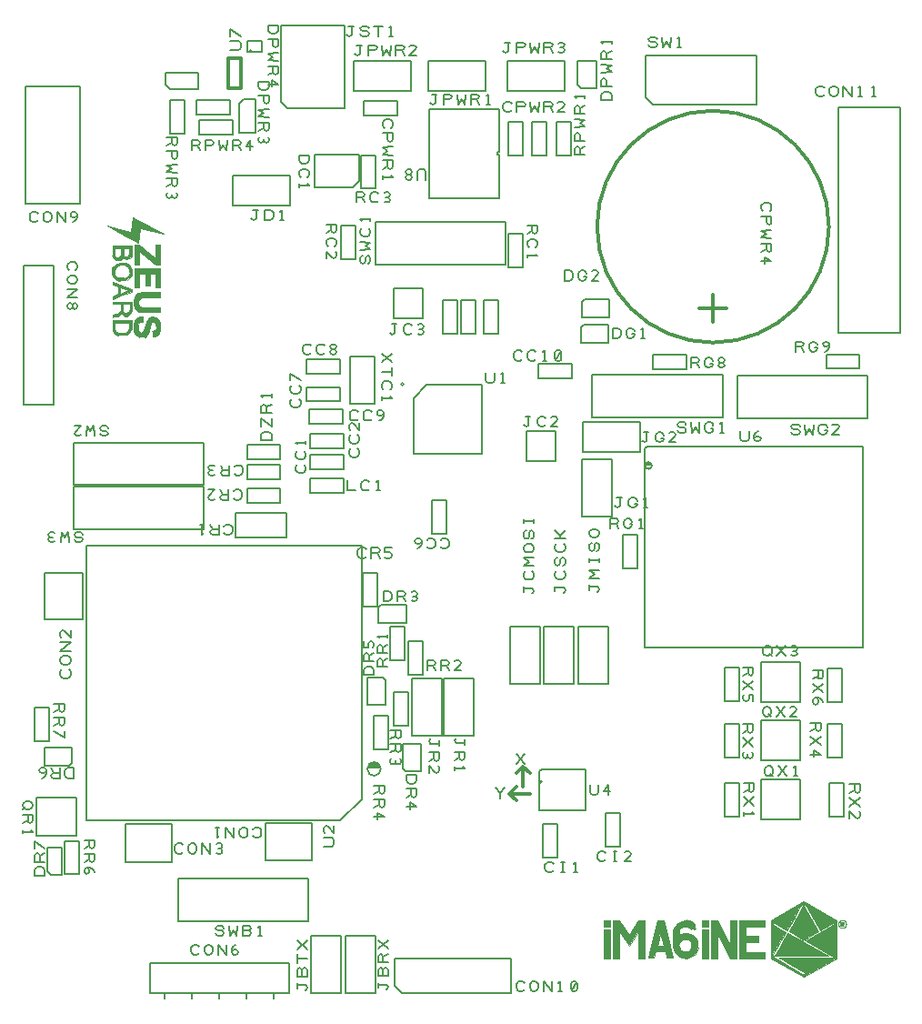
<source format=gbr>
%FSLAX35Y35*%
%MOMM*%
G04 EasyPC Gerber Version 18.0.9 Build 3640 *
%ADD109C,0.05000*%
%ADD11C,0.12700*%
%ADD108C,0.30480*%
X0Y0D02*
D02*
D11*
X125310Y1965410D02*
X157060D01*
X172940Y1957470*
X180880Y1949530*
X188810Y1933660*
Y1917780*
X180880Y1901910*
X172940Y1893970*
X157060Y1886030*
X125310*
X109440Y1893970*
X101500Y1901910*
X93560Y1917780*
Y1933660*
X101500Y1949530*
X109440Y1957470*
X125310Y1965410*
X117380Y1909850D02*
X93560Y1886030D01*
Y1838410D02*
X188810D01*
Y1782850*
X180880Y1766970*
X165000Y1759030*
X149130Y1766970*
X141190Y1782850*
Y1838410*
Y1782850D02*
X93560Y1759030D01*
Y1695530D02*
Y1663780D01*
Y1679660D02*
X188810D01*
X172940Y1695530*
X104400Y6948870D02*
Y5653470D01*
X383800*
Y6948870*
X104400*
X237340Y7371530D02*
X229400Y7363590D01*
X213520Y7355650*
X189710*
X173840Y7363590*
X165900Y7371530*
X157960Y7387400*
Y7419150*
X165900Y7435030*
X173840Y7442970*
X189710Y7450900*
X213520*
X229400Y7442970*
X237340Y7435030*
X284960Y7387400D02*
Y7419150D01*
X292900Y7435030*
X300840Y7442970*
X316710Y7450900*
X332590*
X348460Y7442970*
X356400Y7435030*
X364340Y7419150*
Y7387400*
X356400Y7371530*
X348460Y7363590*
X332590Y7355650*
X316710*
X300840Y7363590*
X292900Y7371530*
X284960Y7387400*
X411960Y7355650D02*
Y7450900D01*
X491340Y7355650*
Y7450900*
X562770Y7355650D02*
X578650Y7363590D01*
X594520Y7379470*
X602460Y7403280*
Y7427090*
X594520Y7442970*
X578650Y7450900*
X562770*
X546900Y7442970*
X538960Y7427090*
X546900Y7411220*
X562770Y7403280*
X578650*
X594520Y7411220*
X602460Y7427090*
X208260Y2834870D02*
X342880D01*
Y2522450*
X208260*
Y2834870*
X300730Y3657850D02*
Y4089650D01*
X649980*
Y3657850*
X300730*
X299540Y1271180D02*
X204290D01*
Y1318810*
X212220Y1334680*
X220160Y1342620*
X236040Y1350560*
X267790*
X283660Y1342620*
X291600Y1334680*
X299540Y1318810*
Y1271180*
Y1398180D02*
X204290D01*
Y1453740*
X212220Y1469620*
X228100Y1477560*
X243970Y1469620*
X251910Y1453740*
Y1398180*
Y1453740D02*
X299540Y1477560D01*
Y1525180D02*
X204290Y1588680D01*
Y1525180*
X384970Y2872030D02*
X480220D01*
Y2816470*
X472290Y2800590*
X456410Y2792650*
X440540Y2800590*
X432600Y2816470*
Y2872030*
Y2816470D02*
X384970Y2792650D01*
Y2745030D02*
X480220D01*
Y2689470*
X472290Y2673590*
X456410Y2665650*
X440540Y2673590*
X432600Y2689470*
Y2745030*
Y2689470D02*
X384970Y2665650D01*
Y2618030D02*
X480220Y2554530D01*
Y2618030*
X455320Y1282090D02*
Y1532890D01*
X320070*
Y1315740*
X353720Y1282090*
X455320*
X484280Y1595400D02*
X618900D01*
Y1282980*
X484280*
Y1595400*
X525090Y6907590D02*
X517150Y6915530D01*
X509210Y6931410*
Y6955220*
X517150Y6971090*
X525090Y6979030*
X540960Y6986970*
X572710*
X588590Y6979030*
X596530Y6971090*
X604460Y6955220*
Y6931410*
X596530Y6915530*
X588590Y6907590*
X540960Y6859970D02*
X572710D01*
X588590Y6852030*
X596530Y6844090*
X604460Y6828220*
Y6812340*
X596530Y6796470*
X588590Y6788530*
X572710Y6780590*
X540960*
X525090Y6788530*
X517150Y6796470*
X509210Y6812340*
Y6828220*
X517150Y6844090*
X525090Y6852030*
X540960Y6859970*
X509210Y6732970D02*
X604460D01*
X509210Y6653590*
X604460*
X556840Y6582160D02*
Y6566280D01*
X564780Y6550410*
X580650Y6542470*
X596530Y6550410*
X604460Y6566280*
Y6582160*
X596530Y6598030*
X580650Y6605970*
X564780Y6598030*
X556840Y6582160*
X548900Y6598030*
X533030Y6605970*
X517150Y6598030*
X509210Y6582160*
Y6566280*
X517150Y6550410*
X533030Y6542470*
X548900Y6550410*
X556840Y6566280*
X551240Y2462910D02*
X295990D01*
Y2294960*
X525840*
X551240Y2320360*
Y2462910*
X524580Y3189160D02*
X532520Y3181220D01*
X540460Y3165340*
Y3141530*
X532520Y3125660*
X524580Y3117720*
X508710Y3109780*
X476960*
X461080Y3117720*
X453140Y3125660*
X445210Y3141530*
Y3165340*
X453140Y3181220*
X461080Y3189160*
X508710Y3236780D02*
X476960D01*
X461080Y3244720*
X453140Y3252660*
X445210Y3268530*
Y3284410*
X453140Y3300280*
X461080Y3308220*
X476960Y3316160*
X508710*
X524580Y3308220*
X532520Y3300280*
X540460Y3284410*
Y3268530*
X532520Y3252660*
X524580Y3244720*
X508710Y3236780*
X540460Y3363780D02*
X445210D01*
X540460Y3443160*
X445210*
X540460Y3554280D02*
Y3490780D01*
X484890Y3546340*
X469020Y3554280*
X453140Y3546340*
X445210Y3530470*
Y3506660*
X453140Y3490780*
X567210Y2274450D02*
Y2179200D01*
X519580*
X503710Y2187130*
X495770Y2195070*
X487830Y2210950*
Y2242700*
X495770Y2258570*
X503710Y2266510*
X519580Y2274450*
X567210*
X440210D02*
Y2179200D01*
X384650*
X368770Y2187130*
X360830Y2203010*
X368770Y2218880*
X384650Y2226820*
X440210*
X384650D02*
X360830Y2274450D01*
X313210Y2250630D02*
X305270Y2234760D01*
X289400Y2226820*
X273520*
X257650Y2234760*
X249710Y2250630*
X257650Y2266510*
X273520Y2274450*
X289400*
X305270Y2266510*
X313210Y2250630*
Y2226820*
X305270Y2203010*
X289400Y2187130*
X273520Y2179200*
X593710Y1999590D02*
Y1639590D01*
X223710*
Y1999590*
X593710*
X627860Y8617540D02*
Y7525340D01*
X119860*
Y8617540*
X627860*
X667330Y1600860D02*
X762580D01*
Y1545300*
X754650Y1529420*
X738770Y1521480*
X722900Y1529420*
X714960Y1545300*
Y1600860*
Y1545300D02*
X667330Y1521480D01*
Y1473860D02*
X762580D01*
Y1418300*
X754650Y1402420*
X738770Y1394480*
X722900Y1402420*
X714960Y1418300*
Y1473860*
Y1418300D02*
X667330Y1394480D01*
X691150Y1346860D02*
X707020Y1338920D01*
X714960Y1323050*
Y1307170*
X707020Y1291300*
X691150Y1283360*
X675270Y1291300*
X667330Y1307170*
Y1323050*
X675270Y1338920*
X691150Y1346860*
X714960*
X738770Y1338920*
X754650Y1323050*
X762580Y1307170*
X653030Y4447440D02*
X645090Y4463320D01*
X629220Y4471260*
X597470*
X581590Y4463320*
X573650Y4447440*
X581590Y4431570*
X597470Y4423630*
X629220*
X645090Y4415690*
X653030Y4399820*
X645090Y4383940*
X629220Y4376010*
X597470*
X581590Y4383940*
X573650Y4399820*
X526030Y4376010D02*
X518090Y4471260D01*
X486340Y4423630*
X454590Y4471260*
X446650Y4376010*
X391090Y4463320D02*
X375220Y4471260D01*
X359340*
X343470Y4463320*
X335530Y4447440*
X343470Y4431570*
X359340Y4423630*
X375220*
X359340D02*
X343470Y4415690D01*
X335530Y4399820*
X343470Y4383940*
X359340Y4376010*
X375220*
X391090Y4383940*
X688580Y1785400D02*
Y4345400D01*
X3248580*
Y1985400*
X3048580Y1785400*
X688580*
X890780Y5436480D02*
X882840Y5452360D01*
X866970Y5460300*
X835220*
X819340Y5452360*
X811400Y5436480*
X819340Y5420610*
X835220Y5412670*
X866970*
X882840Y5404730*
X890780Y5388860*
X882840Y5372980*
X866970Y5365050*
X835220*
X819340Y5372980*
X811400Y5388860*
X763780Y5365050D02*
X755840Y5460300D01*
X724090Y5412670*
X692340Y5460300*
X684400Y5365050*
X573280Y5460300D02*
X636780D01*
X581220Y5404730*
X573280Y5388860*
X581220Y5372980*
X597090Y5365050*
X620900*
X636780Y5372980*
X1276500Y174140D02*
X2571900D01*
Y453540*
X1276500*
Y174140*
X1434470Y8146910D02*
X1529720D01*
Y8091350*
X1521790Y8075470*
X1505910Y8067530*
X1490040Y8075470*
X1482100Y8091350*
Y8146910*
Y8091350D02*
X1434470Y8067530D01*
Y8019910D02*
X1529720D01*
Y7964350*
X1521790Y7948470*
X1505910Y7940530*
X1490040Y7948470*
X1482100Y7964350*
Y8019910*
X1529720Y7892910D02*
X1434470Y7884970D01*
X1482100Y7853220*
X1434470Y7821470*
X1529720Y7813530*
X1434470Y7765910D02*
X1529720D01*
Y7710350*
X1521790Y7694470*
X1505910Y7686530*
X1490040Y7694470*
X1482100Y7710350*
Y7765910*
Y7710350D02*
X1434470Y7686530D01*
X1442410Y7630970D02*
X1434470Y7615100D01*
Y7599220*
X1442410Y7583350*
X1458290Y7575410*
X1474160Y7583350*
X1482100Y7599220*
Y7615100*
Y7599220D02*
X1490040Y7583350D01*
X1505910Y7575410*
X1521790Y7583350*
X1529720Y7599220*
Y7615100*
X1521790Y7630970*
X1416200Y186840D02*
Y123340D01*
X1469880Y8488000D02*
X1604500D01*
Y8175580*
X1469880*
Y8488000*
X1479790Y1400720D02*
X1047990D01*
Y1749970*
X1479790*
Y1400720*
X1587360Y1491560D02*
X1579420Y1483620D01*
X1563540Y1475680*
X1539730*
X1523860Y1483620*
X1515920Y1491560*
X1507980Y1507430*
Y1539180*
X1515920Y1555060*
X1523860Y1563000*
X1539730Y1570930*
X1563540*
X1579420Y1563000*
X1587360Y1555060*
X1634980Y1507430D02*
Y1539180D01*
X1642920Y1555060*
X1650860Y1563000*
X1666730Y1570930*
X1682610*
X1698480Y1563000*
X1706420Y1555060*
X1714360Y1539180*
Y1507430*
X1706420Y1491560*
X1698480Y1483620*
X1682610Y1475680*
X1666730*
X1650860Y1483620*
X1642920Y1491560*
X1634980Y1507430*
X1761980Y1475680D02*
Y1570930D01*
X1841360Y1475680*
Y1570930*
X1896920Y1483620D02*
X1912790Y1475680D01*
X1928670*
X1944540Y1483620*
X1952480Y1499500*
X1944540Y1515370*
X1928670Y1523310*
X1912790*
X1928670D02*
X1944540Y1531250D01*
X1952480Y1547120*
X1944540Y1563000*
X1928670Y1570930*
X1912790*
X1896920Y1563000*
X1540060Y849260D02*
X2752910D01*
Y1242960*
X1540060*
Y849260*
X1737300Y550070D02*
X1729360Y542130D01*
X1713480Y534190*
X1689670*
X1673800Y542130*
X1665860Y550070*
X1657920Y565940*
Y597690*
X1665860Y613570*
X1673800Y621510*
X1689670Y629440*
X1713480*
X1729360Y621510*
X1737300Y613570*
X1784920Y565940D02*
Y597690D01*
X1792860Y613570*
X1800800Y621510*
X1816670Y629440*
X1832550*
X1848420Y621510*
X1856360Y613570*
X1864300Y597690*
Y565940*
X1856360Y550070*
X1848420Y542130*
X1832550Y534190*
X1816670*
X1800800Y542130*
X1792860Y550070*
X1784920Y565940*
X1911920Y534190D02*
Y629440D01*
X1991300Y534190*
Y629440*
X2038920Y558010D02*
X2046860Y573880D01*
X2062730Y581820*
X2078610*
X2094480Y573880*
X2102420Y558010*
X2094480Y542130*
X2078610Y534190*
X2062730*
X2046860Y542130*
X2038920Y558010*
Y581820*
X2046860Y605630*
X2062730Y621510*
X2078610Y629440*
X1667430Y8024900D02*
Y8120150D01*
X1722990*
X1738870Y8112220*
X1746810Y8096340*
X1738870Y8080470*
X1722990Y8072530*
X1667430*
X1722990D02*
X1746810Y8024900D01*
X1794430D02*
Y8120150D01*
X1849990*
X1865870Y8112220*
X1873810Y8096340*
X1865870Y8080470*
X1849990Y8072530*
X1794430*
X1921430Y8120150D02*
X1929370Y8024900D01*
X1961120Y8072530*
X1992870Y8024900*
X2000810Y8120150*
X2048430Y8024900D02*
Y8120150D01*
X2103990*
X2119870Y8112220*
X2127810Y8096340*
X2119870Y8080470*
X2103990Y8072530*
X2048430*
X2103990D02*
X2127810Y8024900D01*
X2215120D02*
Y8120150D01*
X2175430Y8056650*
X2238930*
X1670200Y186840D02*
Y123340D01*
X1730690Y8592940D02*
Y8743740D01*
X1419890*
Y8636590*
X1463540Y8592940*
X1730690*
X1736580Y8169230D02*
Y8303850D01*
X2049000*
Y8169230*
X1736580*
X1778950Y4891630D02*
X566100D01*
Y4497930*
X1778950*
Y4891630*
Y5300560D02*
X566100D01*
Y4906860*
X1778950*
Y5300560*
X1889330Y735530D02*
X1897270Y719650D01*
X1913140Y711710*
X1944890*
X1960770Y719650*
X1968710Y735530*
X1960770Y751400*
X1944890Y759340*
X1913140*
X1897270Y767280*
X1889330Y783150*
X1897270Y799030*
X1913140Y806960*
X1944890*
X1960770Y799030*
X1968710Y783150*
X2016330Y806960D02*
X2024270Y711710D01*
X2056020Y759340*
X2087770Y711710*
X2095710Y806960*
X2198890Y759340D02*
X2214770Y751400D01*
X2222710Y735530*
X2214770Y719650*
X2198890Y711710*
X2143330*
Y806960*
X2198890*
X2214770Y799030*
X2222710Y783150*
X2214770Y767280*
X2198890Y759340*
X2143330*
X2286210Y711710D02*
X2317960D01*
X2302080D02*
Y806960D01*
X2286210Y791090*
X1924200Y186840D02*
Y123340D01*
X2023600Y8494350D02*
Y8359730D01*
X1711180*
Y8494350*
X2023600*
X1968450Y4525120D02*
X1976390Y4533060D01*
X1992270Y4541000*
X2016080*
X2031950Y4533060*
X2039890Y4525120*
X2047830Y4509250*
Y4477500*
X2039890Y4461620*
X2031950Y4453680*
X2016080Y4445750*
X1992270*
X1976390Y4453680*
X1968450Y4461620*
X1920830Y4541000D02*
Y4445750D01*
X1865270*
X1849390Y4453680*
X1841450Y4469560*
X1849390Y4485430*
X1865270Y4493370*
X1920830*
X1865270D02*
X1841450Y4541000D01*
X1777950D02*
X1746200D01*
X1762080D02*
Y4445750D01*
X1777950Y4461620*
X2053750Y7506350D02*
X2587150D01*
Y7785750*
X2053750*
Y7506350*
X2109490Y8189090D02*
X2260290D01*
Y8499890*
X2153140*
X2109490Y8456240*
Y8189090*
X2057210Y4848460D02*
X2065150Y4856400D01*
X2081030Y4864340*
X2104840*
X2120710Y4856400*
X2128650Y4848460*
X2136590Y4832590*
Y4800840*
X2128650Y4784960*
X2120710Y4777020*
X2104840Y4769090*
X2081030*
X2065150Y4777020*
X2057210Y4784960*
X2009590Y4864340D02*
Y4769090D01*
X1954030*
X1938150Y4777020*
X1930210Y4792900*
X1938150Y4808770*
X1954030Y4816710*
X2009590*
X1954030D02*
X1930210Y4864340D01*
X1819090D02*
X1882590D01*
X1827030Y4808770*
X1819090Y4792900*
X1827030Y4777020*
X1842900Y4769090*
X1866710*
X1882590Y4777020*
X2063550Y5076700D02*
X2071490Y5084640D01*
X2087370Y5092580*
X2111180*
X2127050Y5084640*
X2134990Y5076700*
X2142930Y5060830*
Y5029080*
X2134990Y5013200*
X2127050Y5005260*
X2111180Y4997330*
X2087370*
X2071490Y5005260*
X2063550Y5013200*
X2015930Y5092580D02*
Y4997330D01*
X1960370*
X1944490Y5005260*
X1936550Y5021140*
X1944490Y5037010*
X1960370Y5044950*
X2015930*
X1960370D02*
X1936550Y5092580D01*
X1880990Y5084640D02*
X1865120Y5092580D01*
X1849240*
X1833370Y5084640*
X1825430Y5068760*
X1833370Y5052890*
X1849240Y5044950*
X1865120*
X1849240D02*
X1833370Y5037010D01*
X1825430Y5021140*
X1833370Y5005260*
X1849240Y4997330*
X1865120*
X1880990Y5005260*
X2027730Y8960440D02*
X2099160D01*
X2115040Y8968380*
X2122980Y8984250*
Y9016000*
X2115040Y9031880*
X2099160Y9039820*
X2027730*
X2122980Y9087440D02*
X2027730Y9150940D01*
Y9087440*
X2178200Y186840D02*
Y123340D01*
X2181610Y4739210D02*
Y4873830D01*
X2494030*
Y4739210*
X2181610*
Y4961110D02*
Y5095730D01*
X2494030*
Y4961110*
X2181610*
X2181810Y8943290D02*
X2319610D01*
Y9041090*
X2181810*
Y8943290*
X2210360Y8950640D02*
G75*
G03X2225060I7350D01*
G01*
G75*
G03X2210360I-7350*
G01*
G36*
G75*
G03X2225060I7350*
G01*
G75*
G03X2210360I-7350*
G01*
G37*
X2222180Y7390930D02*
X2230120Y7382990D01*
X2245990Y7375050*
X2261870Y7382990*
X2269810Y7390930*
Y7470300*
X2285680*
X2269810D02*
X2238060D01*
X2349180Y7375050D02*
Y7470300D01*
X2396810*
X2412680Y7462370*
X2420620Y7454430*
X2428560Y7438550*
Y7406800*
X2420620Y7390930*
X2412680Y7382990*
X2396810Y7375050*
X2349180*
X2492060D02*
X2523810D01*
X2507930D02*
Y7470300D01*
X2492060Y7454430*
X2290370Y8663620D02*
X2385620D01*
Y8615990*
X2377690Y8600120*
X2369750Y8592180*
X2353870Y8584240*
X2322120*
X2306250Y8592180*
X2298310Y8600120*
X2290370Y8615990*
Y8663620*
Y8536620D02*
X2385620D01*
Y8481060*
X2377690Y8465180*
X2361810Y8457240*
X2345940Y8465180*
X2338000Y8481060*
Y8536620*
X2385620Y8409620D02*
X2290370Y8401680D01*
X2338000Y8369930*
X2290370Y8338180*
X2385620Y8330240*
X2290370Y8282620D02*
X2385620D01*
Y8227060*
X2377690Y8211180*
X2361810Y8203240*
X2345940Y8211180*
X2338000Y8227060*
Y8282620*
Y8227060D02*
X2290370Y8203240D01*
X2298310Y8147680D02*
X2290370Y8131810D01*
Y8115930*
X2298310Y8100060*
X2314190Y8092120*
X2330060Y8100060*
X2338000Y8115930*
Y8131810*
Y8115930D02*
X2345940Y8100060D01*
X2361810Y8092120*
X2377690Y8100060*
X2385620Y8115930*
Y8131810*
X2377690Y8147680*
X2236950Y1703820D02*
X2244890Y1711760D01*
X2260770Y1719700*
X2284580*
X2300450Y1711760*
X2308390Y1703820*
X2316330Y1687950*
Y1656200*
X2308390Y1640320*
X2300450Y1632380*
X2284580Y1624450*
X2260770*
X2244890Y1632380*
X2236950Y1640320*
X2189330Y1687950D02*
Y1656200D01*
X2181390Y1640320*
X2173450Y1632380*
X2157580Y1624450*
X2141700*
X2125830Y1632380*
X2117890Y1640320*
X2109950Y1656200*
Y1687950*
X2117890Y1703820*
X2125830Y1711760*
X2141700Y1719700*
X2157580*
X2173450Y1711760*
X2181390Y1703820*
X2189330Y1687950*
X2062330Y1719700D02*
Y1624450D01*
X1982950Y1719700*
Y1624450*
X1919450Y1719700D02*
X1887700D01*
X1903580D02*
Y1624450D01*
X1919450Y1640320*
X2379130Y9186670D02*
X2474380D01*
Y9139040*
X2466450Y9123170*
X2458510Y9115230*
X2442630Y9107290*
X2410880*
X2395010Y9115230*
X2387070Y9123170*
X2379130Y9139040*
Y9186670*
Y9059670D02*
X2474380D01*
Y9004110*
X2466450Y8988230*
X2450570Y8980290*
X2434700Y8988230*
X2426760Y9004110*
Y9059670*
X2474380Y8932670D02*
X2379130Y8924730D01*
X2426760Y8892980*
X2379130Y8861230*
X2474380Y8853290*
X2379130Y8805670D02*
X2474380D01*
Y8750110*
X2466450Y8734230*
X2450570Y8726290*
X2434700Y8734230*
X2426760Y8750110*
Y8805670*
Y8750110D02*
X2379130Y8726290D01*
Y8638980D02*
X2474380D01*
X2410880Y8678670*
Y8615170*
X2432200Y186840D02*
Y123340D01*
X2410760Y5325610D02*
X2315510D01*
Y5373240*
X2323440Y5389110*
X2331380Y5397050*
X2347260Y5404990*
X2379010*
X2394880Y5397050*
X2402820Y5389110*
X2410760Y5373240*
Y5325610*
X2315510Y5452610D02*
Y5531990D01*
X2410760Y5452610*
Y5531990*
Y5579610D02*
X2315510D01*
Y5635170*
X2323440Y5651050*
X2339320Y5658990*
X2355190Y5651050*
X2363130Y5635170*
Y5579610*
Y5635170D02*
X2410760Y5658990D01*
Y5722490D02*
Y5754240D01*
Y5738360D02*
X2315510D01*
X2331380Y5722490*
X2494030Y5285140D02*
Y5150520D01*
X2181610*
Y5285140*
X2494030*
X2497640Y9189040D02*
X3094540D01*
Y8414340*
X2561140*
X2497640Y8477840*
Y9189040*
X2549440Y4651780D02*
X2072440D01*
Y4420780*
X2549440*
Y4651780*
X2665900Y7979120D02*
X2761150D01*
Y7931490*
X2753220Y7915620*
X2745280Y7907680*
X2729400Y7899740*
X2697650*
X2681780Y7907680*
X2673840Y7915620*
X2665900Y7931490*
Y7979120*
X2681780Y7772740D02*
X2673840Y7780680D01*
X2665900Y7796560*
Y7820370*
X2673840Y7836240*
X2681780Y7844180*
X2697650Y7852120*
X2729400*
X2745280Y7844180*
X2753220Y7836240*
X2761150Y7820370*
Y7796560*
X2753220Y7780680*
X2745280Y7772740*
X2665900Y7709240D02*
Y7677490D01*
Y7693370D02*
X2761150D01*
X2745280Y7709240*
X2779350Y6139120D02*
X2771410Y6131180D01*
X2755530Y6123240*
X2731720*
X2715850Y6131180*
X2707910Y6139120*
X2699970Y6154990*
Y6186740*
X2707910Y6202620*
X2715850Y6210560*
X2731720Y6218490*
X2755530*
X2771410Y6210560*
X2779350Y6202620*
X2906350Y6139120D02*
X2898410Y6131180D01*
X2882530Y6123240*
X2858720*
X2842850Y6131180*
X2834910Y6139120*
X2826970Y6154990*
Y6186740*
X2834910Y6202620*
X2842850Y6210560*
X2858720Y6218490*
X2882530*
X2898410Y6210560*
X2906350Y6202620*
X2977780Y6170870D02*
X2993660D01*
X3009530Y6178810*
X3017470Y6194680*
X3009530Y6210560*
X2993660Y6218490*
X2977780*
X2961910Y6210560*
X2953970Y6194680*
X2961910Y6178810*
X2977780Y6170870*
X2961910Y6162930*
X2953970Y6147060*
X2961910Y6131180*
X2977780Y6123240*
X2993660*
X3009530Y6131180*
X3017470Y6147060*
X3009530Y6162930*
X2993660Y6170870*
X2665170Y5709310D02*
X2673110Y5701370D01*
X2681050Y5685490*
Y5661680*
X2673110Y5645810*
X2665170Y5637870*
X2649300Y5629930*
X2617550*
X2601670Y5637870*
X2593730Y5645810*
X2585800Y5661680*
Y5685490*
X2593730Y5701370*
X2601670Y5709310*
X2665170Y5836310D02*
X2673110Y5828370D01*
X2681050Y5812490*
Y5788680*
X2673110Y5772810*
X2665170Y5764870*
X2649300Y5756930*
X2617550*
X2601670Y5764870*
X2593730Y5772810*
X2585800Y5788680*
Y5812490*
X2593730Y5828370*
X2601670Y5836310*
X2681050Y5883930D02*
X2585800Y5947430D01*
Y5883930*
X2734260Y5685410D02*
Y5820030D01*
X3046680*
Y5685410*
X2734260*
Y5943220D02*
Y6077840D01*
X3046680*
Y5943220*
X2734260*
X2715050Y5097500D02*
X2722990Y5089560D01*
X2730930Y5073680*
Y5049870*
X2722990Y5034000*
X2715050Y5026060*
X2699180Y5018120*
X2667430*
X2651550Y5026060*
X2643610Y5034000*
X2635680Y5049870*
Y5073680*
X2643610Y5089560*
X2651550Y5097500*
X2715050Y5224500D02*
X2722990Y5216560D01*
X2730930Y5200680*
Y5176870*
X2722990Y5161000*
X2715050Y5153060*
X2699180Y5145120*
X2667430*
X2651550Y5153060*
X2643610Y5161000*
X2635680Y5176870*
Y5200680*
X2643610Y5216560*
X2651550Y5224500*
X2730930Y5288000D02*
Y5319750D01*
Y5303870D02*
X2635680D01*
X2651550Y5288000*
X2727730Y206060D02*
X2735670Y214000D01*
X2743610Y229870*
X2735670Y245750*
X2727730Y253690*
X2648360*
Y269560*
Y253690D02*
Y221940D01*
X2695980Y388620D02*
X2703920Y404500D01*
X2719790Y412440*
X2735670Y404500*
X2743610Y388620*
Y333060*
X2648360*
Y388620*
X2656290Y404500*
X2672170Y412440*
X2688040Y404500*
X2695980Y388620*
Y333060*
X2743610Y499750D02*
X2648360D01*
Y460060D02*
Y539440D01*
X2743610Y587060D02*
X2648360Y666440D01*
Y587060D02*
X2743610Y666440D01*
X2769490Y4833520D02*
Y4968140D01*
X3081910*
Y4833520*
X2769490*
Y5057730D02*
Y5192350D01*
X3081910*
Y5057730*
X2769490*
Y5248230D02*
Y5382850D01*
X3081910*
Y5248230*
X2769490*
X2785830Y1410230D02*
X2354030D01*
Y1759480*
X2785830*
Y1410230*
X2814990Y7984820D02*
X3227840D01*
Y7737820*
X3228190*
X3171040Y7680670*
X2814990*
Y7984820*
X2919900Y7335650D02*
X3015150D01*
Y7280090*
X3007220Y7264210*
X2991340Y7256270*
X2975470Y7264210*
X2967530Y7280090*
Y7335650*
Y7280090D02*
X2919900Y7256270D01*
X2935780Y7129270D02*
X2927840Y7137210D01*
X2919900Y7153090*
Y7176900*
X2927840Y7192770*
X2935780Y7200710*
X2951650Y7208650*
X2983400*
X2999280Y7200710*
X3007220Y7192770*
X3015150Y7176900*
Y7153090*
X3007220Y7137210*
X2999280Y7129270*
X2919900Y7018150D02*
Y7081650D01*
X2975470Y7026090*
X2991340Y7018150*
X3007220Y7026090*
X3015150Y7041960*
Y7065770*
X3007220Y7081650*
X2897840Y1544710D02*
X2969270D01*
X2985150Y1552650*
X2993090Y1568520*
Y1600270*
X2985150Y1616150*
X2969270Y1624090*
X2897840*
X2993090Y1735210D02*
Y1671710D01*
X2937520Y1727270*
X2921650Y1735210*
X2905770Y1727270*
X2897840Y1711400*
Y1687590*
X2905770Y1671710*
X3059280Y177110D02*
Y710510D01*
X2779880*
Y177110*
X3059280*
X3075790Y5611450D02*
Y5476830D01*
X2763370*
Y5611450*
X3075790*
X3111990Y9101730D02*
X3119930Y9093790D01*
X3135800Y9085850*
X3151680Y9093790*
X3159620Y9101730*
Y9181100*
X3175490*
X3159620D02*
X3127870D01*
X3238990Y9109670D02*
X3246930Y9093790D01*
X3262800Y9085850*
X3294550*
X3310430Y9093790*
X3318370Y9109670*
X3310430Y9125540*
X3294550Y9133480*
X3262800*
X3246930Y9141420*
X3238990Y9157290*
X3246930Y9173170*
X3262800Y9181100*
X3294550*
X3310430Y9173170*
X3318370Y9157290*
X3405680Y9085850D02*
Y9181100D01*
X3365990D02*
X3445370D01*
X3508870Y9085850D02*
X3540620D01*
X3524740D02*
Y9181100D01*
X3508870Y9165230*
X3116120Y4951330D02*
Y4856080D01*
X3195500*
X3322500Y4871960D02*
X3314560Y4864020D01*
X3298680Y4856080*
X3274870*
X3259000Y4864020*
X3251060Y4871960*
X3243120Y4887830*
Y4919580*
X3251060Y4935460*
X3259000Y4943400*
X3274870Y4951330*
X3298680*
X3314560Y4943400*
X3322500Y4935460*
X3386000Y4856080D02*
X3417750D01*
X3401870D02*
Y4951330D01*
X3386000Y4935460*
X3217690Y5523800D02*
X3209750Y5515860D01*
X3193870Y5507920*
X3170060*
X3154190Y5515860*
X3146250Y5523800*
X3138310Y5539670*
Y5571420*
X3146250Y5587300*
X3154190Y5595240*
X3170060Y5603170*
X3193870*
X3209750Y5595240*
X3217690Y5587300*
X3344690Y5523800D02*
X3336750Y5515860D01*
X3320870Y5507920*
X3297060*
X3281190Y5515860*
X3273250Y5523800*
X3265310Y5539670*
Y5571420*
X3273250Y5587300*
X3281190Y5595240*
X3297060Y5603170*
X3320870*
X3336750Y5595240*
X3344690Y5587300*
X3416120Y5507920D02*
X3432000Y5515860D01*
X3447870Y5531740*
X3455810Y5555550*
Y5579360*
X3447870Y5595240*
X3432000Y5603170*
X3416120*
X3400250Y5595240*
X3392310Y5579360*
X3400250Y5563490*
X3416120Y5555550*
X3432000*
X3447870Y5563490*
X3455810Y5579360*
X3145870Y6103930D02*
Y5663130D01*
X3371670*
Y6103930*
X3145870*
X3175490Y8579440D02*
X3708890D01*
Y8858840*
X3175490*
Y8579440*
X3188190Y8923930D02*
X3196130Y8915990D01*
X3212000Y8908050*
X3227880Y8915990*
X3235820Y8923930*
Y9003300*
X3251690*
X3235820D02*
X3204070D01*
X3315190Y8908050D02*
Y9003300D01*
X3370750*
X3386630Y8995370*
X3394570Y8979490*
X3386630Y8963620*
X3370750Y8955680*
X3315190*
X3442190Y9003300D02*
X3450130Y8908050D01*
X3481880Y8955680*
X3513630Y8908050*
X3521570Y9003300*
X3569190Y8908050D02*
Y9003300D01*
X3624750*
X3640630Y8995370*
X3648570Y8979490*
X3640630Y8963620*
X3624750Y8955680*
X3569190*
X3624750D02*
X3648570Y8908050D01*
X3759690D02*
X3696190D01*
X3751750Y8963620*
X3759690Y8979490*
X3751750Y8995370*
X3735880Y9003300*
X3712070*
X3696190Y8995370*
X3192000Y7014340D02*
X3057380D01*
Y7326760*
X3192000*
Y7014340*
X3198540Y7539890D02*
Y7635140D01*
X3254100*
X3269980Y7627210*
X3277920Y7611330*
X3269980Y7595460*
X3254100Y7587520*
X3198540*
X3254100D02*
X3277920Y7539890D01*
X3404920Y7555770D02*
X3396980Y7547830D01*
X3381100Y7539890*
X3357290*
X3341420Y7547830*
X3333480Y7555770*
X3325540Y7571640*
Y7603390*
X3333480Y7619270*
X3341420Y7627210*
X3357290Y7635140*
X3381100*
X3396980Y7627210*
X3404920Y7619270*
X3460480Y7547830D02*
X3476350Y7539890D01*
X3492230*
X3508100Y7547830*
X3516040Y7563710*
X3508100Y7579580*
X3492230Y7587520*
X3476350*
X3492230D02*
X3508100Y7595460D01*
X3516040Y7611330*
X3508100Y7627210*
X3492230Y7635140*
X3476350*
X3460480Y7627210*
X3292950Y4244180D02*
X3285010Y4236240D01*
X3269130Y4228300*
X3245320*
X3229450Y4236240*
X3221510Y4244180*
X3213570Y4260050*
Y4291800*
X3221510Y4307680*
X3229450Y4315620*
X3245320Y4323550*
X3269130*
X3285010Y4315620*
X3292950Y4307680*
X3340570Y4228300D02*
Y4323550D01*
X3396130*
X3412010Y4315620*
X3419950Y4299740*
X3412010Y4283870*
X3396130Y4275930*
X3340570*
X3396130D02*
X3419950Y4228300D01*
X3467570Y4236240D02*
X3483450Y4228300D01*
X3507260*
X3523130Y4236240*
X3531070Y4252120*
Y4260050*
X3523130Y4275930*
X3507260Y4283870*
X3467570*
Y4323550*
X3531070*
X3212740Y5246490D02*
X3220680Y5238550D01*
X3228620Y5222670*
Y5198860*
X3220680Y5182990*
X3212740Y5175050*
X3196870Y5167110*
X3165120*
X3149240Y5175050*
X3141300Y5182990*
X3133370Y5198860*
Y5222670*
X3141300Y5238550*
X3149240Y5246490*
X3212740Y5373490D02*
X3220680Y5365550D01*
X3228620Y5349670*
Y5325860*
X3220680Y5309990*
X3212740Y5302050*
X3196870Y5294110*
X3165120*
X3149240Y5302050*
X3141300Y5309990*
X3133370Y5325860*
Y5349670*
X3141300Y5365550*
X3149240Y5373490*
X3228620Y5484610D02*
Y5421110D01*
X3173050Y5476670*
X3157180Y5484610*
X3141300Y5476670*
X3133370Y5460800*
Y5436990*
X3141300Y5421110*
X3264370Y4090190D02*
X3398990D01*
Y3777770*
X3264370*
Y4090190*
X3273280Y8347030D02*
Y8481650D01*
X3585700*
Y8347030*
X3273280*
X3302080Y2265400D02*
G75*
G03X3429080I63500D01*
G01*
G75*
G03X3302080I-63500*
G01*
G36*
G75*
G03X3429080I63500*
G01*
G75*
G03X3302080I-63500*
G01*
G37*
X3306510Y3116000D02*
Y2860750D01*
X3474460*
Y3090600*
X3449060Y3116000*
X3306510*
X3365000Y2111230D02*
X3460250D01*
Y2055670*
X3452320Y2039790*
X3436440Y2031850*
X3420570Y2039790*
X3412630Y2055670*
Y2111230*
Y2055670D02*
X3365000Y2031850D01*
Y1984230D02*
X3460250D01*
Y1928670*
X3452320Y1912790*
X3436440Y1904850*
X3420570Y1912790*
X3412630Y1928670*
Y1984230*
Y1928670D02*
X3365000Y1904850D01*
Y1817540D02*
X3460250D01*
X3396750Y1857230*
Y1793730*
X3308160Y6966540D02*
X3324040Y6974480D01*
X3331980Y6990350*
Y7022100*
X3324040Y7037980*
X3308160Y7045920*
X3292290Y7037980*
X3284350Y7022100*
Y6990350*
X3276410Y6974480*
X3260540Y6966540*
X3244660Y6974480*
X3236730Y6990350*
Y7022100*
X3244660Y7037980*
X3260540Y7045920*
X3236730Y7093540D02*
X3331980Y7101480D01*
X3284350Y7133230*
X3331980Y7164980*
X3236730Y7172920*
X3316100Y7299920D02*
X3324040Y7291980D01*
X3331980Y7276100*
Y7252290*
X3324040Y7236420*
X3316100Y7228480*
X3300230Y7220540*
X3268480*
X3252600Y7228480*
X3244660Y7236420*
X3236730Y7252290*
Y7276100*
X3244660Y7291980*
X3252600Y7299920*
X3331980Y7363420D02*
Y7395170D01*
Y7379290D02*
X3236730D01*
X3252600Y7363420*
X3375890Y6960190D02*
X4588740D01*
Y7353890*
X3375890*
Y6960190*
X3379450Y177110D02*
Y710510D01*
X3100050*
Y177110*
X3379450*
X3382500Y7667360D02*
X3247880D01*
Y7979780*
X3382500*
Y7667360*
X3364930Y3138310D02*
X3269680D01*
Y3185940*
X3277610Y3201810*
X3285550Y3209750*
X3301430Y3217690*
X3333180*
X3349050Y3209750*
X3356990Y3201810*
X3364930Y3185940*
Y3138310*
Y3265310D02*
X3269680D01*
Y3320870*
X3277610Y3336750*
X3293490Y3344690*
X3309360Y3336750*
X3317300Y3320870*
Y3265310*
Y3320870D02*
X3364930Y3344690D01*
X3356990Y3392310D02*
X3364930Y3408190D01*
Y3432000*
X3356990Y3447870*
X3341110Y3455810*
X3333180*
X3317300Y3447870*
X3309360Y3432000*
Y3392310*
X3269680*
Y3455810*
X3407880Y3626680D02*
X3663130D01*
Y3794630*
X3433280*
X3407880Y3769230*
Y3626680*
X3434980Y6129330D02*
X3530230Y6049950D01*
Y6129330D02*
X3434980Y6049950D01*
Y5962640D02*
X3530230D01*
Y6002330D02*
Y5922950D01*
X3450860Y5795950D02*
X3442920Y5803890D01*
X3434980Y5819770*
Y5843580*
X3442920Y5859450*
X3450860Y5867390*
X3466730Y5875330*
X3498480*
X3514360Y5867390*
X3522300Y5859450*
X3530230Y5843580*
Y5819770*
X3522300Y5803890*
X3514360Y5795950*
X3434980Y5732450D02*
Y5700700D01*
Y5716580D02*
X3530230D01*
X3514360Y5732450*
X3460130Y8232370D02*
X3452190Y8240310D01*
X3444250Y8256190*
Y8280000*
X3452190Y8295870*
X3460130Y8303810*
X3476000Y8311750*
X3507750*
X3523630Y8303810*
X3531570Y8295870*
X3539500Y8280000*
Y8256190*
X3531570Y8240310*
X3523630Y8232370*
X3444250Y8184750D02*
X3539500D01*
Y8129190*
X3531570Y8113310*
X3515690Y8105370*
X3499820Y8113310*
X3491880Y8129190*
Y8184750*
X3539500Y8057750D02*
X3444250Y8049810D01*
X3491880Y8018060*
X3444250Y7986310*
X3539500Y7978370*
X3444250Y7930750D02*
X3539500D01*
Y7875190*
X3531570Y7859310*
X3515690Y7851370*
X3499820Y7859310*
X3491880Y7875190*
Y7930750*
Y7875190D02*
X3444250Y7851370D01*
Y7787870D02*
Y7756120D01*
Y7772000D02*
X3539500D01*
X3523630Y7787870*
X3452140Y3824650D02*
Y3919900D01*
X3499770*
X3515640Y3911970*
X3523580Y3904030*
X3531520Y3888150*
Y3856400*
X3523580Y3840530*
X3515640Y3832590*
X3499770Y3824650*
X3452140*
X3579140D02*
Y3919900D01*
X3634700*
X3650580Y3911970*
X3658520Y3896090*
X3650580Y3880220*
X3634700Y3872280*
X3579140*
X3634700D02*
X3658520Y3824650D01*
X3714080Y3832590D02*
X3729950Y3824650D01*
X3745830*
X3761700Y3832590*
X3769640Y3848470*
X3761700Y3864340*
X3745830Y3872280*
X3729950*
X3745830D02*
X3761700Y3880220D01*
X3769640Y3896090*
X3761700Y3911970*
X3745830Y3919900*
X3729950*
X3714080Y3911970*
X3517160Y2624770D02*
X3612410D01*
Y2569210*
X3604480Y2553330*
X3588600Y2545390*
X3572730Y2553330*
X3564790Y2569210*
Y2624770*
Y2569210D02*
X3517160Y2545390D01*
Y2497770D02*
X3612410D01*
Y2442210*
X3604480Y2426330*
X3588600Y2418390*
X3572730Y2426330*
X3564790Y2442210*
Y2497770*
Y2442210D02*
X3517160Y2418390D01*
X3525100Y2362830D02*
X3517160Y2346960D01*
Y2331080*
X3525100Y2315210*
X3540980Y2307270*
X3556850Y2315210*
X3564790Y2331080*
Y2346960*
Y2331080D02*
X3572730Y2315210D01*
X3588600Y2307270*
X3604480Y2315210*
X3612410Y2331080*
Y2346960*
X3604480Y2362830*
X3500430Y2446370D02*
X3365810D01*
Y2758790*
X3500430*
Y2446370*
X3511630Y3586160D02*
X3646250D01*
Y3273740*
X3511630*
Y3586160*
X3512090Y6325810D02*
X3520030Y6317870D01*
X3535900Y6309930*
X3551780Y6317870*
X3559720Y6325810*
Y6405180*
X3575590*
X3559720D02*
X3527970D01*
X3718470Y6325810D02*
X3710530Y6317870D01*
X3694650Y6309930*
X3670840*
X3654970Y6317870*
X3647030Y6325810*
X3639090Y6341680*
Y6373430*
X3647030Y6389310*
X3654970Y6397250*
X3670840Y6405180*
X3694650*
X3710530Y6397250*
X3718470Y6389310*
X3774030Y6317870D02*
X3789900Y6309930D01*
X3805780*
X3821650Y6317870*
X3829590Y6333750*
X3821650Y6349620*
X3805780Y6357560*
X3789900*
X3805780D02*
X3821650Y6365500D01*
X3829590Y6381370*
X3821650Y6397250*
X3805780Y6405180*
X3789900*
X3774030Y6397250*
X3491730Y3214390D02*
X3396480D01*
Y3269950*
X3404410Y3285830*
X3420290Y3293770*
X3436160Y3285830*
X3444100Y3269950*
Y3214390*
Y3269950D02*
X3491730Y3293770D01*
Y3341390D02*
X3396480D01*
Y3396950*
X3404410Y3412830*
X3420290Y3420770*
X3436160Y3412830*
X3444100Y3396950*
Y3341390*
Y3396950D02*
X3491730Y3420770D01*
Y3484270D02*
Y3516020D01*
Y3500140D02*
X3396480D01*
X3412350Y3484270*
X3482190Y209230D02*
X3490130Y217170D01*
X3498070Y233040*
X3490130Y248920*
X3482190Y256860*
X3402820*
Y272730*
Y256860D02*
Y225110D01*
X3450440Y391790D02*
X3458380Y407670D01*
X3474250Y415610*
X3490130Y407670*
X3498070Y391790*
Y336230*
X3402820*
Y391790*
X3410750Y407670*
X3426630Y415610*
X3442500Y407670*
X3450440Y391790*
Y336230*
X3498070Y463230D02*
X3402820D01*
Y518790*
X3410750Y534670*
X3426630Y542610*
X3442500Y534670*
X3450440Y518790*
Y463230*
Y518790D02*
X3498070Y542610D01*
Y590230D02*
X3402820Y669610D01*
Y590230D02*
X3498070Y669610D01*
X3550190Y6457080D02*
X3823240D01*
Y6736480*
X3550190*
Y6457080*
X3559320Y497700D02*
X4638320D01*
Y180700*
X3622820*
X3559320Y244200*
Y497700*
X3629290Y5857240D02*
G75*
G03Y5834840J-11200D01*
G01*
G75*
G03Y5857240J11200*
G01*
G36*
G75*
G03Y5834840J-11200*
G01*
G75*
G03Y5857240J11200*
G01*
G37*
X3666150Y2206330D02*
X3761400D01*
Y2158700*
X3753470Y2142830*
X3745530Y2134890*
X3729650Y2126950*
X3697900*
X3682030Y2134890*
X3674090Y2142830*
X3666150Y2158700*
Y2206330*
Y2079330D02*
X3761400D01*
Y2023770*
X3753470Y2007890*
X3737590Y1999950*
X3721720Y2007890*
X3713780Y2023770*
Y2079330*
Y2023770D02*
X3666150Y1999950D01*
Y1912640D02*
X3761400D01*
X3697900Y1952330*
Y1888830*
X3682810Y3453020D02*
X3817430D01*
Y3140600*
X3682810*
Y3453020*
X3684290Y2668270D02*
X3549670D01*
Y2980690*
X3684290*
Y2668270*
X3800650Y2241320D02*
Y2496570D01*
X3632700*
Y2266720*
X3658100Y2241320*
X3800650*
X3848590Y7749180D02*
Y7820610D01*
X3840650Y7836490*
X3824780Y7844430*
X3793030*
X3777150Y7836490*
X3769210Y7820610*
Y7749180*
X3697780Y7796800D02*
X3681900D01*
X3666030Y7788860*
X3658090Y7772990*
X3666030Y7757110*
X3681900Y7749180*
X3697780*
X3713650Y7757110*
X3721590Y7772990*
X3713650Y7788860*
X3697780Y7796800*
X3713650Y7804740*
X3721590Y7820610*
X3713650Y7836490*
X3697780Y7844430*
X3681900*
X3666030Y7836490*
X3658090Y7820610*
X3666030Y7804740*
X3681900Y7796800*
X3891250Y2545520D02*
X3883310Y2537580D01*
X3875370Y2521710*
X3883310Y2505830*
X3891250Y2497890*
X3970620*
Y2482020*
Y2497890D02*
Y2529640D01*
X3875370Y2418520D02*
X3970620D01*
Y2362960*
X3962690Y2347080*
X3946810Y2339140*
X3930940Y2347080*
X3923000Y2362960*
Y2418520*
Y2362960D02*
X3875370Y2339140D01*
Y2228020D02*
Y2291520D01*
X3930940Y2235960*
X3946810Y2228020*
X3962690Y2235960*
X3970620Y2251830*
Y2275640*
X3962690Y2291520*
X3857900Y3181140D02*
Y3276390D01*
X3913460*
X3929340Y3268460*
X3937280Y3252580*
X3929340Y3236710*
X3913460Y3228770*
X3857900*
X3913460D02*
X3937280Y3181140D01*
X3984900D02*
Y3276390D01*
X4040460*
X4056340Y3268460*
X4064280Y3252580*
X4056340Y3236710*
X4040460Y3228770*
X3984900*
X4040460D02*
X4064280Y3181140D01*
X4175400D02*
X4111900D01*
X4167460Y3236710*
X4175400Y3252580*
X4167460Y3268460*
X4151590Y3276390*
X4127780*
X4111900Y3268460*
X3873990Y8579440D02*
X4407390D01*
Y8858840*
X3873990*
Y8579440*
X3886690Y8466730D02*
X3894630Y8458790D01*
X3910500Y8450850*
X3926380Y8458790*
X3934320Y8466730*
Y8546100*
X3950190*
X3934320D02*
X3902570D01*
X4013690Y8450850D02*
Y8546100D01*
X4069250*
X4085130Y8538170*
X4093070Y8522290*
X4085130Y8506420*
X4069250Y8498480*
X4013690*
X4140690Y8546100D02*
X4148630Y8450850D01*
X4180380Y8498480*
X4212130Y8450850*
X4220070Y8546100*
X4267690Y8450850D02*
Y8546100D01*
X4323250*
X4339130Y8538170*
X4347070Y8522290*
X4339130Y8506420*
X4323250Y8498480*
X4267690*
X4323250D02*
X4347070Y8450850D01*
X4410570D02*
X4442320D01*
X4426440D02*
Y8546100D01*
X4410570Y8530230*
X4001150Y2570460D02*
Y3103860D01*
X3721750*
Y2570460*
X4001150*
X4009880Y6629360D02*
X4144500D01*
Y6316940*
X4009880*
Y6629360*
X4042900Y4456150D02*
X3908280D01*
Y4768570*
X4042900*
Y4456150*
X3985110Y4394870D02*
X3993050Y4402810D01*
X4008930Y4410750*
X4032740*
X4048610Y4402810*
X4056550Y4394870*
X4064490Y4379000*
Y4347250*
X4056550Y4331370*
X4048610Y4323430*
X4032740Y4315500*
X4008930*
X3993050Y4323430*
X3985110Y4331370*
X3858110Y4394870D02*
X3866050Y4402810D01*
X3881930Y4410750*
X3905740*
X3921610Y4402810*
X3929550Y4394870*
X3937490Y4379000*
Y4347250*
X3929550Y4331370*
X3921610Y4323430*
X3905740Y4315500*
X3881930*
X3866050Y4323430*
X3858110Y4331370*
X3810490Y4386930D02*
X3802550Y4371060D01*
X3786680Y4363120*
X3770800*
X3754930Y4371060*
X3746990Y4386930*
X3754930Y4402810*
X3770800Y4410750*
X3786680*
X3802550Y4402810*
X3810490Y4386930*
Y4363120*
X3802550Y4339310*
X3786680Y4323430*
X3770800Y4315500*
X4129000Y2551860D02*
X4121060Y2543920D01*
X4113120Y2528050*
X4121060Y2512170*
X4129000Y2504230*
X4208370*
Y2488360*
Y2504230D02*
Y2535980D01*
X4113120Y2424860D02*
X4208370D01*
Y2369300*
X4200440Y2353420*
X4184560Y2345480*
X4168690Y2353420*
X4160750Y2369300*
Y2424860*
Y2369300D02*
X4113120Y2345480D01*
Y2281980D02*
Y2250230D01*
Y2266110D02*
X4208370D01*
X4192500Y2281980*
X4174980Y6629360D02*
X4309600D01*
Y6316940*
X4174980*
Y6629360*
X4295960Y2570460D02*
Y3103860D01*
X4016560*
Y2570460*
X4295960*
X4371790Y5838740D02*
Y5198740D01*
X3731790*
Y5718740*
X3851790Y5838740*
X4371790*
X4390880Y6629360D02*
X4525500D01*
Y6316940*
X4390880*
Y6629360*
X4407390Y5955300D02*
Y5883870D01*
X4415330Y5867990*
X4431200Y5860050*
X4462950*
X4478830Y5867990*
X4486770Y5883870*
Y5955300*
X4550270Y5860050D02*
X4582020D01*
X4566140D02*
Y5955300D01*
X4550270Y5939430*
X4540010Y1992580D02*
Y2040210D01*
X4500320Y2087830*
X4540010Y2040210D02*
X4579700Y2087830D01*
X4529190Y7580240D02*
X3879190D01*
Y8410240*
X4529190*
Y8007740*
X4516690*
Y7982740*
X4529190*
Y7580240*
X4566140Y8949330D02*
X4574080Y8941390D01*
X4589950Y8933450*
X4605830Y8941390*
X4613770Y8949330*
Y9028700*
X4629640*
X4613770D02*
X4582020D01*
X4693140Y8933450D02*
Y9028700D01*
X4748700*
X4764580Y9020770*
X4772520Y9004890*
X4764580Y8989020*
X4748700Y8981080*
X4693140*
X4820140Y9028700D02*
X4828080Y8933450D01*
X4859830Y8981080*
X4891580Y8933450*
X4899520Y9028700*
X4947140Y8933450D02*
Y9028700D01*
X5002700*
X5018580Y9020770*
X5026520Y9004890*
X5018580Y8989020*
X5002700Y8981080*
X4947140*
X5002700D02*
X5026520Y8933450D01*
X5082080Y8941390D02*
X5097950Y8933450D01*
X5113830*
X5129700Y8941390*
X5137640Y8957270*
X5129700Y8973140*
X5113830Y8981080*
X5097950*
X5113830D02*
X5129700Y8989020D01*
X5137640Y9004890*
X5129700Y9020770*
X5113830Y9028700*
X5097950*
X5082080Y9020770*
X4648060Y8396880D02*
X4640120Y8388940D01*
X4624240Y8381000*
X4600430*
X4584560Y8388940*
X4576620Y8396880*
X4568680Y8412750*
Y8444500*
X4576620Y8460380*
X4584560Y8468320*
X4600430Y8476250*
X4624240*
X4640120Y8468320*
X4648060Y8460380*
X4695680Y8381000D02*
Y8476250D01*
X4751240*
X4767120Y8468320*
X4775060Y8452440*
X4767120Y8436570*
X4751240Y8428630*
X4695680*
X4822680Y8476250D02*
X4830620Y8381000D01*
X4862370Y8428630*
X4894120Y8381000*
X4902060Y8476250*
X4949680Y8381000D02*
Y8476250D01*
X5005240*
X5021120Y8468320*
X5029060Y8452440*
X5021120Y8436570*
X5005240Y8428630*
X4949680*
X5005240D02*
X5029060Y8381000D01*
X5140180D02*
X5076680D01*
X5132240Y8436570*
X5140180Y8452440*
X5132240Y8468320*
X5116370Y8476250*
X5092560*
X5076680Y8468320*
X4604240Y8579440D02*
X5137640D01*
Y8858840*
X4604240*
Y8579440*
X4619480Y8291150D02*
X4754100D01*
Y7978730*
X4619480*
Y8291150*
X4631160Y3592040D02*
Y3058640D01*
X4910560*
Y3592040*
X4631160*
X4745630Y6081720D02*
X4737690Y6073780D01*
X4721810Y6065840*
X4698000*
X4682130Y6073780*
X4674190Y6081720*
X4666250Y6097590*
Y6129340*
X4674190Y6145220*
X4682130Y6153160*
X4698000Y6161090*
X4721810*
X4737690Y6153160*
X4745630Y6145220*
X4872630Y6081720D02*
X4864690Y6073780D01*
X4848810Y6065840*
X4825000*
X4809130Y6073780*
X4801190Y6081720*
X4793250Y6097590*
Y6129340*
X4801190Y6145220*
X4809130Y6153160*
X4825000Y6161090*
X4848810*
X4864690Y6153160*
X4872630Y6145220*
X4936130Y6065840D02*
X4967880D01*
X4952000D02*
Y6161090D01*
X4936130Y6145220*
X5055190Y6073780D02*
X5071060Y6065840D01*
X5086940*
X5102810Y6073780*
X5110750Y6089660*
Y6137280*
X5102810Y6153160*
X5086940Y6161090*
X5071060*
X5055190Y6153160*
X5047250Y6137280*
Y6089660*
X5055190Y6073780*
X5102810Y6153160*
X4767820Y210880D02*
X4759880Y202940D01*
X4744000Y195000*
X4720190*
X4704320Y202940*
X4696380Y210880*
X4688440Y226750*
Y258500*
X4696380Y274380*
X4704320Y282320*
X4720190Y290250*
X4744000*
X4759880Y282320*
X4767820Y274380*
X4815440Y226750D02*
Y258500D01*
X4823380Y274380*
X4831320Y282320*
X4847190Y290250*
X4863070*
X4878940Y282320*
X4886880Y274380*
X4894820Y258500*
Y226750*
X4886880Y210880*
X4878940Y202940*
X4863070Y195000*
X4847190*
X4831320Y202940*
X4823380Y210880*
X4815440Y226750*
X4942440Y195000D02*
Y290250D01*
X5021820Y195000*
Y290250*
X5085320Y195000D02*
X5117070D01*
X5101190D02*
Y290250D01*
X5085320Y274380*
X5204380Y202940D02*
X5220250Y195000D01*
X5236130*
X5252000Y202940*
X5259940Y218820*
Y266440*
X5252000Y282320*
X5236130Y290250*
X5220250*
X5204380Y282320*
X5196440Y266440*
Y218820*
X5204380Y202940*
X5252000Y282320*
X4690820Y2310080D02*
X4770200Y2405330D01*
X4690820D02*
X4770200Y2310080D01*
X4754100Y6935090D02*
X4619480D01*
Y7247510*
X4754100*
Y6935090*
X4758180Y5466740D02*
X4766120Y5458800D01*
X4781990Y5450860*
X4797870Y5458800*
X4805810Y5466740*
Y5546110*
X4821680*
X4805810D02*
X4774060D01*
X4964560Y5466740D02*
X4956620Y5458800D01*
X4940740Y5450860*
X4916930*
X4901060Y5458800*
X4893120Y5466740*
X4885180Y5482610*
Y5514360*
X4893120Y5530240*
X4901060Y5538180*
X4916930Y5546110*
X4940740*
X4956620Y5538180*
X4964560Y5530240*
X5075680Y5450860D02*
X5012180D01*
X5067740Y5506430*
X5075680Y5522300*
X5067740Y5538180*
X5051870Y5546110*
X5028060*
X5012180Y5538180*
X4791500Y7325880D02*
X4886750D01*
Y7270320*
X4878820Y7254440*
X4862940Y7246500*
X4847070Y7254440*
X4839130Y7270320*
Y7325880*
Y7270320D02*
X4791500Y7246500D01*
X4807380Y7119500D02*
X4799440Y7127440D01*
X4791500Y7143320*
Y7167130*
X4799440Y7183000*
X4807380Y7190940*
X4823250Y7198880*
X4855000*
X4870880Y7190940*
X4878820Y7183000*
X4886750Y7167130*
Y7143320*
X4878820Y7127440*
X4870880Y7119500*
X4791500Y7056000D02*
Y7024250D01*
Y7040130D02*
X4886750D01*
X4870880Y7056000*
X4783320Y5128850D02*
X5056370D01*
Y5408250*
X4783320*
Y5128850*
X4835380Y8291150D02*
X4970000D01*
Y7978730*
X4835380*
Y8291150*
X4838950Y3899110D02*
X4846890Y3907050D01*
X4854830Y3922920*
X4846890Y3938800*
X4838950Y3946740*
X4759580*
Y3962610*
Y3946740D02*
Y3914990D01*
X4838950Y4105490D02*
X4846890Y4097550D01*
X4854830Y4081670*
Y4057860*
X4846890Y4041990*
X4838950Y4034050*
X4823080Y4026110*
X4791330*
X4775450Y4034050*
X4767510Y4041990*
X4759580Y4057860*
Y4081670*
X4767510Y4097550*
X4775450Y4105490*
X4854830Y4153110D02*
X4759580D01*
X4807200Y4192800*
X4759580Y4232490*
X4854830*
X4823080Y4280110D02*
X4791330D01*
X4775450Y4288050*
X4767510Y4295990*
X4759580Y4311860*
Y4327740*
X4767510Y4343610*
X4775450Y4351550*
X4791330Y4359490*
X4823080*
X4838950Y4351550*
X4846890Y4343610*
X4854830Y4327740*
Y4311860*
X4846890Y4295990*
X4838950Y4288050*
X4823080Y4280110*
X4831010Y4407110D02*
X4846890Y4415050D01*
X4854830Y4430920*
Y4462670*
X4846890Y4478550*
X4831010Y4486490*
X4815140Y4478550*
X4807200Y4462670*
Y4430920*
X4799260Y4415050*
X4783390Y4407110*
X4767510Y4415050*
X4759580Y4430920*
Y4462670*
X4767510Y4478550*
X4783390Y4486490*
X4854830Y4557920D02*
Y4589670D01*
Y4573800D02*
X4759580D01*
Y4557920D02*
Y4589670D01*
X4906820Y2145020D02*
G75*
G03X4931320I12250D01*
G01*
G75*
G03X4906820I-12250*
G01*
G36*
G75*
G03X4931320I12250*
G01*
G75*
G03X4906820I-12250*
G01*
G37*
X4926820Y2260020D02*
X5336820D01*
Y1880020*
X4906820*
Y2240020*
X4926820Y2260020*
X4938130Y1750730D02*
X5072750D01*
Y1438310*
X4938130*
Y1750730*
X4948160Y3592040D02*
Y3058640D01*
X5227560*
Y3592040*
X4948160*
X5037270Y1320380D02*
X5029330Y1312440D01*
X5013450Y1304500*
X4989640*
X4973770Y1312440*
X4965830Y1320380*
X4957890Y1336250*
Y1368000*
X4965830Y1383880*
X4973770Y1391820*
X4989640Y1399750*
X5013450*
X5029330Y1391820*
X5037270Y1383880*
X5108700Y1304500D02*
X5140450D01*
X5124580D02*
Y1399750D01*
X5108700D02*
X5140450D01*
X5227770Y1304500D02*
X5259520D01*
X5243640D02*
Y1399750D01*
X5227770Y1383880*
X5063980Y8291150D02*
X5198600D01*
Y7978730*
X5063980*
Y8291150*
X5138580Y6810790D02*
Y6906040D01*
X5186210*
X5202080Y6898110*
X5210020Y6890170*
X5217960Y6874290*
Y6842540*
X5210020Y6826670*
X5202080Y6818730*
X5186210Y6810790*
X5138580*
X5321140Y6850480D02*
X5344960D01*
Y6842540*
X5337020Y6826670*
X5329080Y6818730*
X5313210Y6810790*
X5297330*
X5281460Y6818730*
X5273520Y6826670*
X5265580Y6842540*
Y6874290*
X5273520Y6890170*
X5281460Y6898110*
X5297330Y6906040*
X5313210*
X5329080Y6898110*
X5337020Y6890170*
X5344960Y6874290*
X5456080Y6810790D02*
X5392580D01*
X5448140Y6866360*
X5456080Y6882230*
X5448140Y6898110*
X5432270Y6906040*
X5408460*
X5392580Y6898110*
X5130590Y3902280D02*
X5138530Y3910220D01*
X5146470Y3926090*
X5138530Y3941970*
X5130590Y3949910*
X5051220*
Y3965780*
Y3949910D02*
Y3918160D01*
X5130590Y4108660D02*
X5138530Y4100720D01*
X5146470Y4084840*
Y4061030*
X5138530Y4045160*
X5130590Y4037220*
X5114720Y4029280*
X5082970*
X5067090Y4037220*
X5059150Y4045160*
X5051220Y4061030*
Y4084840*
X5059150Y4100720*
X5067090Y4108660*
X5122650Y4156280D02*
X5138530Y4164220D01*
X5146470Y4180090*
Y4211840*
X5138530Y4227720*
X5122650Y4235660*
X5106780Y4227720*
X5098840Y4211840*
Y4180090*
X5090900Y4164220*
X5075030Y4156280*
X5059150Y4164220*
X5051220Y4180090*
Y4211840*
X5059150Y4227720*
X5075030Y4235660*
X5130590Y4362660D02*
X5138530Y4354720D01*
X5146470Y4338840*
Y4315030*
X5138530Y4299160*
X5130590Y4291220*
X5114720Y4283280*
X5082970*
X5067090Y4291220*
X5059150Y4299160*
X5051220Y4315030*
Y4338840*
X5059150Y4354720*
X5067090Y4362660*
X5146470Y4410280D02*
X5051220D01*
X5098840D02*
Y4434090D01*
X5051220Y4489660*
X5098840Y4434090D02*
X5146470Y4489660D01*
X5209200Y6036430D02*
Y5901810D01*
X4896780*
Y6036430*
X5209200*
X5268330Y3592040D02*
Y3058640D01*
X5547730*
Y3592040*
X5268330*
X5290860Y6235590D02*
X5546110D01*
Y6403540*
X5316260*
X5290860Y6378140*
Y6235590*
X5300030Y5151680D02*
Y4618280D01*
X5579430*
Y5151680*
X5300030*
X5303540Y6470170D02*
X5558790D01*
Y6638120*
X5328940*
X5303540Y6612720*
Y6470170*
X5309340Y5211270D02*
X5842740D01*
Y5490670*
X5309340*
Y5211270*
X5329730Y7982540D02*
X5234480D01*
Y8038100*
X5242410Y8053980*
X5258290Y8061920*
X5274160Y8053980*
X5282100Y8038100*
Y7982540*
Y8038100D02*
X5329730Y8061920D01*
Y8109540D02*
X5234480D01*
Y8165100*
X5242410Y8180980*
X5258290Y8188920*
X5274160Y8180980*
X5282100Y8165100*
Y8109540*
X5234480Y8236540D02*
X5329730Y8244480D01*
X5282100Y8276230*
X5329730Y8307980*
X5234480Y8315920*
X5329730Y8363540D02*
X5234480D01*
Y8419100*
X5242410Y8434980*
X5258290Y8442920*
X5274160Y8434980*
X5282100Y8419100*
Y8363540*
Y8419100D02*
X5329730Y8442920D01*
Y8506420D02*
Y8538170D01*
Y8522290D02*
X5234480D01*
X5250350Y8506420*
X5376330Y2119340D02*
Y2047910D01*
X5384270Y2032030*
X5400140Y2024090*
X5431890*
X5447770Y2032030*
X5455710Y2047910*
Y2119340*
X5543020Y2024090D02*
Y2119340D01*
X5503330Y2055840*
X5566830*
X5397950Y5537690D02*
X6610800D01*
Y5931390*
X5397950*
Y5537690*
X5436090Y8602940D02*
Y8860090D01*
X5258290*
Y8636590*
X5291940Y8602940*
X5436090*
X5522280Y1418650D02*
X5514340Y1410710D01*
X5498460Y1402770*
X5474650*
X5458780Y1410710*
X5450840Y1418650*
X5442900Y1434520*
Y1466270*
X5450840Y1482150*
X5458780Y1490090*
X5474650Y1498020*
X5498460*
X5514340Y1490090*
X5522280Y1482150*
X5593710Y1402770D02*
X5625460D01*
X5609590D02*
Y1498020D01*
X5593710D02*
X5625460D01*
X5760400Y1402770D02*
X5696900D01*
X5752460Y1458340*
X5760400Y1474210*
X5752460Y1490090*
X5736590Y1498020*
X5712780*
X5696900Y1490090*
X5447590Y3911790D02*
X5455530Y3919730D01*
X5463470Y3935600*
X5455530Y3951480*
X5447590Y3959420*
X5368220*
Y3975290*
Y3959420D02*
Y3927670D01*
X5463470Y4038790D02*
X5368220D01*
X5415840Y4078480*
X5368220Y4118170*
X5463470*
Y4189600D02*
Y4221350D01*
Y4205480D02*
X5368220D01*
Y4189600D02*
Y4221350D01*
X5439650Y4292790D02*
X5455530Y4300730D01*
X5463470Y4316600*
Y4348350*
X5455530Y4364230*
X5439650Y4372170*
X5423780Y4364230*
X5415840Y4348350*
Y4316600*
X5407900Y4300730*
X5392030Y4292790*
X5376150Y4300730*
X5368220Y4316600*
Y4348350*
X5376150Y4364230*
X5392030Y4372170*
X5431720Y4419790D02*
X5399970D01*
X5384090Y4427730*
X5376150Y4435670*
X5368220Y4451540*
Y4467420*
X5376150Y4483290*
X5384090Y4491230*
X5399970Y4499170*
X5431720*
X5447590Y4491230*
X5455530Y4483290*
X5463470Y4467420*
Y4451540*
X5455530Y4435670*
X5447590Y4427730*
X5431720Y4419790*
X5521410Y1852170D02*
X5656030D01*
Y1539750*
X5521410*
Y1852170*
X5563360Y4503030D02*
Y4598280D01*
X5618920*
X5634800Y4590350*
X5642740Y4574470*
X5634800Y4558600*
X5618920Y4550660*
X5563360*
X5618920D02*
X5642740Y4503030D01*
X5745920Y4542720D02*
X5769740D01*
Y4534780*
X5761800Y4518910*
X5753860Y4510970*
X5737990Y4503030*
X5722110*
X5706240Y4510970*
X5698300Y4518910*
X5690360Y4534780*
Y4566530*
X5698300Y4582410*
X5706240Y4590350*
X5722110Y4598280*
X5737990*
X5753860Y4590350*
X5761800Y4582410*
X5769740Y4566530*
X5833240Y4503030D02*
X5864990D01*
X5849110D02*
Y4598280D01*
X5833240Y4582410*
X5585550Y6275060D02*
Y6370310D01*
X5633180*
X5649050Y6362380*
X5656990Y6354440*
X5664930Y6338560*
Y6306810*
X5656990Y6290940*
X5649050Y6283000*
X5633180Y6275060*
X5585550*
X5768110Y6314750D02*
X5791930D01*
Y6306810*
X5783990Y6290940*
X5776050Y6283000*
X5760180Y6275060*
X5744300*
X5728430Y6283000*
X5720490Y6290940*
X5712550Y6306810*
Y6338560*
X5720490Y6354440*
X5728430Y6362380*
X5744300Y6370310*
X5760180*
X5776050Y6362380*
X5783990Y6354440*
X5791930Y6338560*
X5855430Y6275060D02*
X5887180D01*
X5871300D02*
Y6370310D01*
X5855430Y6354440*
X5577380Y8490540D02*
X5482130D01*
Y8538170*
X5490060Y8554040*
X5498000Y8561980*
X5513880Y8569920*
X5545630*
X5561500Y8561980*
X5569440Y8554040*
X5577380Y8538170*
Y8490540*
Y8617540D02*
X5482130D01*
Y8673100*
X5490060Y8688980*
X5505940Y8696920*
X5521810Y8688980*
X5529750Y8673100*
Y8617540*
X5482130Y8744540D02*
X5577380Y8752480D01*
X5529750Y8784230*
X5577380Y8815980*
X5482130Y8823920*
X5577380Y8871540D02*
X5482130D01*
Y8927100*
X5490060Y8942980*
X5505940Y8950920*
X5521810Y8942980*
X5529750Y8927100*
Y8871540*
Y8927100D02*
X5577380Y8950920D01*
Y9014420D02*
Y9046170D01*
Y9030290D02*
X5482130D01*
X5498000Y9014420*
X5607740Y4712280D02*
X5615680Y4704340D01*
X5631550Y4696400*
X5647430Y4704340*
X5655370Y4712280*
Y4791650*
X5671240*
X5655370D02*
X5623620D01*
X5790300Y4736090D02*
X5814120D01*
Y4728150*
X5806180Y4712280*
X5798240Y4704340*
X5782370Y4696400*
X5766490*
X5750620Y4704340*
X5742680Y4712280*
X5734740Y4728150*
Y4759900*
X5742680Y4775780*
X5750620Y4783720*
X5766490Y4791650*
X5782370*
X5798240Y4783720*
X5806180Y4775780*
X5814120Y4759900*
X5877620Y4696400D02*
X5909370D01*
X5893490D02*
Y4791650D01*
X5877620Y4775780*
X5679910Y4445230D02*
X5814530D01*
Y4132810*
X5679910*
Y4445230*
X5858170Y5320920D02*
X5866110Y5312980D01*
X5881980Y5305040*
X5897860Y5312980*
X5905800Y5320920*
Y5400290*
X5921670*
X5905800D02*
X5874050D01*
X6040730Y5344730D02*
X6064550D01*
Y5336790*
X6056610Y5320920*
X6048670Y5312980*
X6032800Y5305040*
X6016920*
X6001050Y5312980*
X5993110Y5320920*
X5985170Y5336790*
Y5368540*
X5993110Y5384420*
X6001050Y5392360*
X6016920Y5400290*
X6032800*
X6048670Y5392360*
X6056610Y5384420*
X6064550Y5368540*
X6175670Y5305040D02*
X6112170D01*
X6167730Y5360610*
X6175670Y5376480*
X6167730Y5392360*
X6151860Y5400290*
X6128050*
X6112170Y5392360*
X5888770Y5088730D02*
G75*
G03X5951770I31500D01*
G01*
G75*
G03X5888770I-31500*
G01*
G36*
G75*
G03X5951770I31500*
G01*
G75*
G03X5888770I-31500*
G01*
G37*
X5896490Y8903290D02*
X6925190D01*
Y8452440*
X5959990*
X5896490Y8515940*
Y8903290*
X5908270Y5269230D02*
X7920270D01*
Y3391230*
X5888270*
Y5249230*
X5908270Y5269230*
X5921890Y9008070D02*
X5929830Y8992190D01*
X5945700Y8984250*
X5977450*
X5993330Y8992190*
X6001270Y9008070*
X5993330Y9023940*
X5977450Y9031880*
X5945700*
X5929830Y9039820*
X5921890Y9055690*
X5929830Y9071570*
X5945700Y9079500*
X5977450*
X5993330Y9071570*
X6001270Y9055690*
X6048890Y9079500D02*
X6056830Y8984250D01*
X6088580Y9031880*
X6120330Y8984250*
X6128270Y9079500*
X6191770Y8984250D02*
X6223520D01*
X6207640D02*
Y9079500D01*
X6191770Y9063630*
X5965070Y5984230D02*
Y6118850D01*
X6277490*
Y5984230*
X5965070*
X6191020Y5420790D02*
X6198960Y5404910D01*
X6214830Y5396970*
X6246580*
X6262460Y5404910*
X6270400Y5420790*
X6262460Y5436660*
X6246580Y5444600*
X6214830*
X6198960Y5452540*
X6191020Y5468410*
X6198960Y5484290*
X6214830Y5492220*
X6246580*
X6262460Y5484290*
X6270400Y5468410*
X6318020Y5492220D02*
X6325960Y5396970D01*
X6357710Y5444600*
X6389460Y5396970*
X6397400Y5492220*
X6500580Y5436660D02*
X6524400D01*
Y5428720*
X6516460Y5412850*
X6508520Y5404910*
X6492650Y5396970*
X6476770*
X6460900Y5404910*
X6452960Y5412850*
X6445020Y5428720*
Y5460470*
X6452960Y5476350*
X6460900Y5484290*
X6476770Y5492220*
X6492650*
X6508520Y5484290*
X6516460Y5476350*
X6524400Y5460470*
X6587900Y5396970D02*
X6619650D01*
X6603770D02*
Y5492220D01*
X6587900Y5476350*
X6314650Y5999270D02*
Y6094520D01*
X6370210*
X6386090Y6086590*
X6394030Y6070710*
X6386090Y6054840*
X6370210Y6046900*
X6314650*
X6370210D02*
X6394030Y5999270D01*
X6497210Y6038960D02*
X6521030D01*
Y6031020*
X6513090Y6015150*
X6505150Y6007210*
X6489280Y5999270*
X6473400*
X6457530Y6007210*
X6449590Y6015150*
X6441650Y6031020*
Y6062770*
X6449590Y6078650*
X6457530Y6086590*
X6473400Y6094520*
X6489280*
X6505150Y6086590*
X6513090Y6078650*
X6521030Y6062770*
X6592460Y6046900D02*
X6608340D01*
X6624210Y6054840*
X6632150Y6070710*
X6624210Y6086590*
X6608340Y6094520*
X6592460*
X6576590Y6086590*
X6568650Y6070710*
X6576590Y6054840*
X6592460Y6046900*
X6576590Y6038960*
X6568650Y6023090*
X6576590Y6007210*
X6592460Y5999270*
X6608340*
X6624210Y6007210*
X6632150Y6023090*
X6624210Y6038960*
X6608340Y6046900*
X6762360Y1820820D02*
X6627740D01*
Y2133240*
X6762360*
Y1820820*
Y2893340D02*
X6627740D01*
Y3205760*
X6762360*
Y2893340*
X6768700Y2372400D02*
X6634080D01*
Y2684820*
X6768700*
Y2372400*
X6798110Y2680770D02*
X6893360D01*
Y2625210*
X6885430Y2609330*
X6869550Y2601390*
X6853680Y2609330*
X6845740Y2625210*
Y2680770*
Y2625210D02*
X6798110Y2601390D01*
Y2553770D02*
X6893360Y2474390D01*
Y2553770D02*
X6798110Y2474390D01*
X6806050Y2418830D02*
X6798110Y2402960D01*
Y2387080*
X6806050Y2371210*
X6821930Y2363270*
X6837800Y2371210*
X6845740Y2387080*
Y2402960*
Y2387080D02*
X6853680Y2371210D01*
X6869550Y2363270*
X6885430Y2371210*
X6893360Y2387080*
Y2402960*
X6885430Y2418830*
X6801280Y3211220D02*
X6896530D01*
Y3155660*
X6888600Y3139780*
X6872720Y3131840*
X6856850Y3139780*
X6848910Y3155660*
Y3211220*
Y3155660D02*
X6801280Y3131840D01*
Y3084220D02*
X6896530Y3004840D01*
Y3084220D02*
X6801280Y3004840D01*
X6809220Y2957220D02*
X6801280Y2941340D01*
Y2917530*
X6809220Y2901660*
X6825100Y2893720*
X6833030*
X6848910Y2901660*
X6856850Y2917530*
Y2957220*
X6896530*
Y2893720*
X6777470Y5409800D02*
Y5338370D01*
X6785410Y5322490*
X6801280Y5314550*
X6833030*
X6848910Y5322490*
X6856850Y5338370*
Y5409800*
X6904470Y5338370D02*
X6912410Y5354240D01*
X6928280Y5362180*
X6944160*
X6960030Y5354240*
X6967970Y5338370*
X6960030Y5322490*
X6944160Y5314550*
X6928280*
X6912410Y5322490*
X6904470Y5338370*
Y5362180*
X6912410Y5385990*
X6928280Y5401870*
X6944160Y5409800*
X6807620Y2132360D02*
X6902870D01*
Y2076800*
X6894940Y2060920*
X6879060Y2052980*
X6863190Y2060920*
X6855250Y2076800*
Y2132360*
Y2076800D02*
X6807620Y2052980D01*
Y2005360D02*
X6902870Y1925980D01*
Y2005360D02*
X6807620Y1925980D01*
Y1862480D02*
Y1830730D01*
Y1846610D02*
X6902870D01*
X6887000Y1862480*
X6987080Y7458660D02*
X6979140Y7466600D01*
X6971200Y7482480*
Y7506290*
X6979140Y7522160*
X6987080Y7530100*
X7002950Y7538040*
X7034700*
X7050580Y7530100*
X7058520Y7522160*
X7066450Y7506290*
Y7482480*
X7058520Y7466600*
X7050580Y7458660*
X6971200Y7411040D02*
X7066450D01*
Y7355480*
X7058520Y7339600*
X7042640Y7331660*
X7026770Y7339600*
X7018830Y7355480*
Y7411040*
X7066450Y7284040D02*
X6971200Y7276100D01*
X7018830Y7244350*
X6971200Y7212600*
X7066450Y7204660*
X6971200Y7157040D02*
X7066450D01*
Y7101480*
X7058520Y7085600*
X7042640Y7077660*
X7026770Y7085600*
X7018830Y7101480*
Y7157040*
Y7101480D02*
X6971200Y7077660D01*
Y6990350D02*
X7066450D01*
X7002950Y7030040*
Y6966540*
X6972350Y2168370D02*
X7332350D01*
Y1798370*
X6972350*
Y2168370*
Y2713610D02*
X7332350D01*
Y2343610*
X6972350*
Y2713610*
Y3256740D02*
X7332350D01*
Y2886740*
X6972350*
Y3256740*
X6983520Y2781770D02*
Y2813520D01*
X6991460Y2829400*
X6999400Y2837340*
X7015270Y2845270*
X7031150*
X7047020Y2837340*
X7054960Y2829400*
X7062900Y2813520*
Y2781770*
X7054960Y2765900*
X7047020Y2757960*
X7031150Y2750020*
X7015270*
X6999400Y2757960*
X6991460Y2765900*
X6983520Y2781770*
X7039080Y2773840D02*
X7062900Y2750020D01*
X7110520D02*
X7189900Y2845270D01*
X7110520D02*
X7189900Y2750020D01*
X7301020D02*
X7237520D01*
X7293080Y2805590*
X7301020Y2821460*
X7293080Y2837340*
X7277210Y2845270*
X7253400*
X7237520Y2837340*
X6989860Y3347090D02*
Y3378840D01*
X6997800Y3394720*
X7005740Y3402660*
X7021610Y3410590*
X7037490*
X7053360Y3402660*
X7061300Y3394720*
X7069240Y3378840*
Y3347090*
X7061300Y3331220*
X7053360Y3323280*
X7037490Y3315340*
X7021610*
X7005740Y3323280*
X6997800Y3331220*
X6989860Y3347090*
X7045420Y3339160D02*
X7069240Y3315340D01*
X7116860D02*
X7196240Y3410590D01*
X7116860D02*
X7196240Y3315340D01*
X7251800Y3323280D02*
X7267670Y3315340D01*
X7283550*
X7299420Y3323280*
X7307360Y3339160*
X7299420Y3355030*
X7283550Y3362970*
X7267670*
X7283550D02*
X7299420Y3370910D01*
X7307360Y3386780*
X7299420Y3402660*
X7283550Y3410590*
X7267670*
X7251800Y3402660*
X7002540Y2229130D02*
Y2260880D01*
X7010480Y2276760*
X7018420Y2284700*
X7034290Y2292630*
X7050170*
X7066040Y2284700*
X7073980Y2276760*
X7081920Y2260880*
Y2229130*
X7073980Y2213260*
X7066040Y2205320*
X7050170Y2197380*
X7034290*
X7018420Y2205320*
X7010480Y2213260*
X7002540Y2229130*
X7058100Y2221200D02*
X7081920Y2197380D01*
X7129540D02*
X7208920Y2292630D01*
X7129540D02*
X7208920Y2197380D01*
X7272420D02*
X7304170D01*
X7288290D02*
Y2292630D01*
X7272420Y2276760*
X7249800Y5401770D02*
X7257740Y5385890D01*
X7273610Y5377950*
X7305360*
X7321240Y5385890*
X7329180Y5401770*
X7321240Y5417640*
X7305360Y5425580*
X7273610*
X7257740Y5433520*
X7249800Y5449390*
X7257740Y5465270*
X7273610Y5473200*
X7305360*
X7321240Y5465270*
X7329180Y5449390*
X7376800Y5473200D02*
X7384740Y5377950D01*
X7416490Y5425580*
X7448240Y5377950*
X7456180Y5473200*
X7559360Y5417640D02*
X7583180D01*
Y5409700*
X7575240Y5393830*
X7567300Y5385890*
X7551430Y5377950*
X7535550*
X7519680Y5385890*
X7511740Y5393830*
X7503800Y5409700*
Y5441450*
X7511740Y5457330*
X7519680Y5465270*
X7535550Y5473200*
X7551430*
X7567300Y5465270*
X7575240Y5457330*
X7583180Y5441450*
X7694300Y5377950D02*
X7630800D01*
X7686360Y5433520*
X7694300Y5449390*
X7686360Y5465270*
X7670490Y5473200*
X7646680*
X7630800Y5465270*
X7287840Y6148260D02*
Y6243510D01*
X7343400*
X7359280Y6235580*
X7367220Y6219700*
X7359280Y6203830*
X7343400Y6195890*
X7287840*
X7343400D02*
X7367220Y6148260D01*
X7470400Y6187950D02*
X7494220D01*
Y6180010*
X7486280Y6164140*
X7478340Y6156200*
X7462470Y6148260*
X7446590*
X7430720Y6156200*
X7422780Y6164140*
X7414840Y6180010*
Y6211760*
X7422780Y6227640*
X7430720Y6235580*
X7446590Y6243510*
X7462470*
X7478340Y6235580*
X7486280Y6227640*
X7494220Y6211760*
X7565650Y6148260D02*
X7581530Y6156200D01*
X7597400Y6172080*
X7605340Y6195890*
Y6219700*
X7597400Y6235580*
X7581530Y6243510*
X7565650*
X7549780Y6235580*
X7541840Y6219700*
X7549780Y6203830*
X7565650Y6195890*
X7581530*
X7597400Y6203830*
X7605340Y6219700*
X7428940Y2693450D02*
X7524190D01*
Y2637890*
X7516260Y2622010*
X7500380Y2614070*
X7484510Y2622010*
X7476570Y2637890*
Y2693450*
Y2637890D02*
X7428940Y2614070D01*
Y2566450D02*
X7524190Y2487070D01*
Y2566450D02*
X7428940Y2487070D01*
Y2399760D02*
X7524190D01*
X7460690Y2439450*
Y2375950*
X7451130Y3182690D02*
X7546380D01*
Y3127130*
X7538450Y3111250*
X7522570Y3103310*
X7506700Y3111250*
X7498760Y3127130*
Y3182690*
Y3127130D02*
X7451130Y3103310D01*
Y3055690D02*
X7546380Y2976310D01*
Y3055690D02*
X7451130Y2976310D01*
X7474950Y2928690D02*
X7490820Y2920750D01*
X7498760Y2904880*
Y2889000*
X7490820Y2873130*
X7474950Y2865190*
X7459070Y2873130*
X7451130Y2889000*
Y2904880*
X7459070Y2920750*
X7474950Y2928690*
X7498760*
X7522570Y2920750*
X7538450Y2904880*
X7546380Y2889000*
X7560170Y8542930D02*
X7552230Y8534990D01*
X7536350Y8527050*
X7512540*
X7496670Y8534990*
X7488730Y8542930*
X7480790Y8558800*
Y8590550*
X7488730Y8606430*
X7496670Y8614370*
X7512540Y8622300*
X7536350*
X7552230Y8614370*
X7560170Y8606430*
X7607790Y8558800D02*
Y8590550D01*
X7615730Y8606430*
X7623670Y8614370*
X7639540Y8622300*
X7655420*
X7671290Y8614370*
X7679230Y8606430*
X7687170Y8590550*
Y8558800*
X7679230Y8542930*
X7671290Y8534990*
X7655420Y8527050*
X7639540*
X7623670Y8534990*
X7615730Y8542930*
X7607790Y8558800*
X7734790Y8527050D02*
Y8622300D01*
X7814170Y8527050*
Y8622300*
X7877670Y8527050D02*
X7909420D01*
X7893540D02*
Y8622300D01*
X7877670Y8606430*
X8004670Y8527050D02*
X8036420D01*
X8020540D02*
Y8622300D01*
X8004670Y8606430*
X7726040Y2372400D02*
X7591420D01*
Y2684820*
X7726040*
Y2372400*
Y2883830D02*
X7591420D01*
Y3196250*
X7726040*
Y2883830*
X7738720Y1820820D02*
X7604100D01*
Y2133240*
X7738720*
Y1820820*
X7793490Y2122850D02*
X7888740D01*
Y2067290*
X7880810Y2051410*
X7864930Y2043470*
X7849060Y2051410*
X7841120Y2067290*
Y2122850*
Y2067290D02*
X7793490Y2043470D01*
Y1995850D02*
X7888740Y1916470D01*
Y1995850D02*
X7793490Y1916470D01*
Y1805350D02*
Y1868850D01*
X7849060Y1813290*
X7864930Y1805350*
X7880810Y1813290*
X7888740Y1829160*
Y1852970*
X7880810Y1868850*
X7887850Y6125190D02*
Y5990570D01*
X7575430*
Y6125190*
X7887850*
X7960450Y5925050D02*
X6747600D01*
Y5531350*
X7960450*
Y5925050*
X8261590Y8420440D02*
Y6325440D01*
X7690590*
Y8420440*
X8261590*
D02*
D108*
X2127740Y8598740D02*
Y8878140D01*
X2007090*
Y8598740*
X2127740*
X4627320Y2032270D02*
X4690820Y2095770D01*
X4627320Y2032270D02*
X4690820Y1968770D01*
X4754320Y2095770D02*
Y2286270D01*
X4690820Y2222770*
X4754320Y2286270D02*
X4817820Y2222770D01*
Y2032270D02*
X4627320D01*
X6394940Y6551440D02*
X6648940D01*
X6521940Y6678440D02*
Y6424440D01*
Y8392940D02*
G75*
G03Y6233940J-1079500D01*
G01*
G75*
G03Y8392940J1079500*
G01*
D02*
D109*
X925400Y6895570D02*
X945150D01*
X953840Y6922430*
X967270Y6940600*
X989390Y6950870*
G75*
G02X1049430I30020J-72470*
G01*
X1078660Y6931910*
X1088140Y6912950*
G75*
G02Y6895570I-20980J-8690*
G01*
X1110260*
Y6912160*
X1100780Y6936650*
X1087350Y6957190*
X1061280Y6972990*
X1033630Y6979310*
X1009930*
X976750Y6972200*
X954630Y6960350*
X937250Y6942970*
G75*
G03X925400Y6916900I68000J-46640*
G01*
Y6895570*
G36*
X945150*
X953840Y6922430*
X967270Y6940600*
X989390Y6950870*
G75*
G02X1049430I30020J-72470*
G01*
X1078660Y6931910*
X1088140Y6912950*
G75*
G02Y6895570I-20980J-8690*
G01*
X1110260*
Y6912160*
X1100780Y6936650*
X1087350Y6957190*
X1061280Y6972990*
X1033630Y6979310*
X1009930*
X976750Y6972200*
X954630Y6960350*
X937250Y6942970*
G75*
G03X925400Y6916900I68000J-46640*
G01*
Y6895570*
G37*
X930140Y6799190D02*
Y6774700D01*
X981490Y6754950*
Y6686220*
X930140Y6667260*
Y6641190*
X1001240Y6668050*
Y6771540*
X930930Y6798400*
X930140Y6799190*
G36*
Y6774700*
X981490Y6754950*
Y6686220*
X930140Y6667260*
Y6641190*
X1001240Y6668050*
Y6771540*
X930930Y6798400*
X930140Y6799190*
G37*
Y7134940D02*
Y7114400D01*
X1107100*
Y7134940*
X930140*
G36*
Y7114400*
X1107100*
Y7134940*
X930140*
G37*
X945940Y6893990D02*
X925400D01*
Y6883720*
G75*
G03X932510Y6857650I77480J7130*
G01*
G75*
G03X945940Y6834740I71680J26630*
G01*
G75*
G03X970430Y6817360I61530J60750*
G01*
X996500Y6808670*
G75*
G03X1035210I19360J109770*
G01*
G75*
G03X1068390Y6818940I-12530J99220*
G01*
X1088930Y6830790*
X1101570Y6848960*
X1111050Y6869500*
Y6893990*
X1089720*
Y6882140*
X1082610Y6862390*
X1073130Y6849750*
X1059700Y6841060*
X1039160Y6833160*
G75*
G02X994920I-22120J125450*
G01*
X975960Y6843430*
X958580Y6854490*
G75*
G02X945940Y6876610I20380J26320*
G01*
Y6893990*
G36*
X925400*
Y6883720*
G75*
G03X932510Y6857650I77480J7130*
G01*
G75*
G03X945940Y6834740I71680J26630*
G01*
G75*
G03X970430Y6817360I61530J60750*
G01*
X996500Y6808670*
G75*
G03X1035210I19360J109770*
G01*
G75*
G03X1068390Y6818940I-12530J99220*
G01*
X1088930Y6830790*
X1101570Y6848960*
X1111050Y6869500*
Y6893990*
X1089720*
Y6882140*
X1082610Y6862390*
X1073130Y6849750*
X1059700Y6841060*
X1039160Y6833160*
G75*
G02X994920I-22120J125450*
G01*
X975960Y6843430*
X958580Y6854490*
G75*
G02X945940Y6876610I20380J26320*
G01*
Y6893990*
G37*
X950680Y7113610D02*
X930140D01*
Y7045670*
G75*
G03X937250Y7024340I64040J9500*
G01*
G75*
G03X950680Y7010120I23880J9100*
G01*
X967270Y7001430*
G75*
G03X1002030I17380J41960*
G01*
X1016250Y7014070*
X1024150Y7031450*
X1039160Y7014860*
X1054960Y7008540*
G75*
G03X1073920I9480J22890*
G01*
G75*
G03X1089720Y7015650I-680J22630*
G01*
X1099200Y7028290*
X1106310Y7044880*
Y7113610*
X1087350*
Y7062260*
G75*
G02X1077870Y7036980I-35260J-1200*
G01*
G75*
G02X1061280Y7029870I-16880J16470*
G01*
G75*
G02X1043110Y7036190I-1460J25090*
G01*
G75*
G02X1031260Y7055940I17920J24180*
G01*
Y7113610*
X1012300*
Y7057520*
G75*
G02X1004400Y7033820I-32560J-2310*
G01*
G75*
G02X991760Y7025130I-16810J10910*
G01*
G75*
G02X968850I-11450J27650*
G01*
X957000Y7036190*
G75*
G02X950680Y7051990I15910J15530*
G01*
Y7113610*
G36*
X930140*
Y7045670*
G75*
G03X937250Y7024340I64040J9500*
G01*
G75*
G03X950680Y7010120I23880J9100*
G01*
X967270Y7001430*
G75*
G03X1002030I17380J41960*
G01*
X1016250Y7014070*
X1024150Y7031450*
X1039160Y7014860*
X1054960Y7008540*
G75*
G03X1073920I9480J22890*
G01*
G75*
G03X1089720Y7015650I-680J22630*
G01*
X1099200Y7028290*
X1106310Y7044880*
Y7113610*
X1087350*
Y7062260*
G75*
G02X1077870Y7036980I-35260J-1200*
G01*
G75*
G02X1061280Y7029870I-16880J16470*
G01*
G75*
G02X1043110Y7036190I-1460J25090*
G01*
G75*
G02X1031260Y7055940I17920J24180*
G01*
Y7113610*
X1012300*
Y7057520*
G75*
G02X1004400Y7033820I-32560J-2310*
G01*
G75*
G02X991760Y7025130I-16810J10910*
G01*
G75*
G02X968850I-11450J27650*
G01*
X957000Y7036190*
G75*
G02X950680Y7051990I15910J15530*
G01*
Y7113610*
G37*
X952260Y6415250D02*
Y6356790D01*
G75*
G03X967270Y6330720I38970J5080*
G01*
G75*
G03X992550Y6320450I41760J66550*
G01*
G75*
G03X1047850I27650J156810*
G01*
X1070760Y6333880*
G75*
G03X1085770Y6357580I-21100J29970*
G01*
Y6413670*
X1107890*
Y6358370*
G75*
G02X1093670Y6322820I-73450J8760*
G01*
G75*
G02X1060490Y6299910I-44240J28600*
G01*
G75*
G02X980700I-39890J148890*
G01*
X957000Y6310970*
G75*
G02X941200Y6329140I14030J28160*
G01*
G75*
G02X931720Y6352050I60220J38340*
G01*
Y6438950*
X1107890*
Y6415250*
X952260*
G36*
Y6356790*
G75*
G03X967270Y6330720I38970J5080*
G01*
G75*
G03X992550Y6320450I41760J66550*
G01*
G75*
G03X1047850I27650J156810*
G01*
X1070760Y6333880*
G75*
G03X1085770Y6357580I-21100J29970*
G01*
Y6413670*
X1107890*
Y6358370*
G75*
G02X1093670Y6322820I-73450J8760*
G01*
G75*
G02X1060490Y6299910I-44240J28600*
G01*
G75*
G02X980700I-39890J148890*
G01*
X957000Y6310970*
G75*
G02X941200Y6329140I14030J28160*
G01*
G75*
G02X931720Y6352050I60220J38340*
G01*
Y6438950*
X1107890*
Y6415250*
X952260*
G37*
X1002820Y6691750D02*
Y6669630D01*
X1108680Y6705970*
Y6731250*
X1000450Y6770750*
Y6745470*
X1003610Y6691750D02*
Y6669630D01*
X1108680Y6705970*
Y6732040*
X1002820Y6772330*
Y6745470*
X1079450Y6718610*
X1005980Y6692540*
X1003610Y6691750*
G36*
Y6669630*
X1108680Y6705970*
Y6732040*
X1002820Y6772330*
Y6745470*
X1079450Y6718610*
X1005980Y6692540*
X1003610Y6691750*
G37*
X1089720Y6592210D02*
Y6541650D01*
X1108680*
Y6592210*
X1089720*
G36*
Y6541650*
X1108680*
Y6592210*
X1089720*
G37*
X1108680Y6615910D02*
X930930D01*
Y6593000*
X1006770*
Y6525060*
G75*
G02X983070Y6502940I-38550J17550*
G01*
X961740*
X931720Y6495830*
Y6467390*
G75*
G02X949100Y6476870I20130J-16240*
G01*
X983860*
G75*
G03X1016250Y6498990I-10510J50160*
G01*
G75*
G03X1046270Y6476080I42660J24780*
G01*
G75*
G03X1077870I15800J38140*
G01*
G75*
G03X1099990Y6498990I-16590J38160*
G01*
G75*
G03X1107890Y6524270I-67740J35040*
G01*
Y6540070*
X1088140*
Y6524270*
G75*
G02X1064440Y6502940I-37600J17940*
G01*
G75*
G02X1044690I-9870J56000*
G01*
G75*
G02X1026520Y6528220I21430J34570*
G01*
Y6592210*
X1108680*
Y6615910*
G36*
X930930*
Y6593000*
X1006770*
Y6525060*
G75*
G02X983070Y6502940I-38550J17550*
G01*
X961740*
X931720Y6495830*
Y6467390*
G75*
G02X949100Y6476870I20130J-16240*
G01*
X983860*
G75*
G03X1016250Y6498990I-10510J50160*
G01*
G75*
G03X1046270Y6476080I42660J24780*
G01*
G75*
G03X1077870I15800J38140*
G01*
G75*
G03X1099990Y6498990I-16590J38160*
G01*
G75*
G03X1107890Y6524270I-67740J35040*
G01*
Y6540070*
X1088140*
Y6524270*
G75*
G02X1064440Y6502940I-37600J17940*
G01*
G75*
G02X1044690I-9870J56000*
G01*
G75*
G02X1026520Y6528220I21430J34570*
G01*
Y6592210*
X1108680*
Y6615910*
G37*
X1134510Y6959420D02*
Y7145970D01*
X1176840*
X1246160Y7090590*
X1288690Y7056620*
X1331220Y7022640*
Y7142590*
X1373550*
Y6959990*
X1334320*
X1240060Y7034830*
X1176840Y7085010*
Y6959420*
X1134510*
G36*
Y7145970*
X1176840*
X1246160Y7090590*
X1288690Y7056620*
X1331220Y7022640*
Y7142590*
X1373550*
Y6959990*
X1334320*
X1240060Y7034830*
X1176840Y7085010*
Y6959420*
X1134510*
G37*
X1186440Y7300910D02*
X1297490Y7273540D01*
X1408550Y7246160*
X1262070Y7325040*
X1115600Y7403920*
X1109110Y7334640*
X1102620Y7265350*
X991420Y7292590*
X880220Y7319820*
X1026700Y7241080*
X1173170Y7162340*
X1179800Y7231630*
X1186440Y7300910*
G36*
X1297490Y7273540*
X1408550Y7246160*
X1262070Y7325040*
X1115600Y7403920*
X1109110Y7334640*
X1102620Y7265350*
X991420Y7292590*
X880220Y7319820*
X1026700Y7241080*
X1173170Y7162340*
X1179800Y7231630*
X1186440Y7300910*
G37*
X1209010Y6476080D02*
Y6428680D01*
X1187680Y6422360*
G75*
G03X1177410Y6409720I10120J-18720*
G01*
X1171090Y6397080*
G75*
G03Y6353630I123210J-21720*
G01*
G75*
G03X1182150Y6334670I28420J3870*
G01*
X1199530Y6327560*
X1209010*
G75*
G03X1216910Y6335460I-5590J13490*
G01*
G75*
G03X1225600Y6353630I-47180J33730*
G01*
X1245350Y6430260*
X1251670Y6445270*
X1261150Y6455540*
X1272210Y6465020*
G75*
G02X1339360I33580J-81060*
G01*
X1354370Y6453170*
X1367010Y6438950*
X1375700Y6417620*
G75*
G02Y6350470I-190410J-33570*
G01*
X1367010Y6327560*
X1352790Y6307810*
X1336990Y6297540*
X1319610Y6288850*
X1302230*
Y6337040*
G75*
G03X1325140Y6344940I1920J31600*
G01*
X1336990Y6364690*
Y6387600*
G75*
G03X1330670Y6415250I-81570J-4100*
G01*
G75*
G03X1316450Y6424730I-18550J-12430*
G01*
X1300650*
X1290380Y6415250*
X1261940Y6312550*
G75*
G02X1247720Y6294380I-58630J31240*
G01*
X1228760Y6282530*
G75*
G02X1181360I-23700J57220*
G01*
X1159240Y6295960*
X1145810Y6309390*
X1137910Y6323610*
X1130010Y6345730*
G75*
G02Y6406560I172490J30420*
G01*
X1138700Y6430260*
X1148180Y6447640*
X1164770Y6464230*
G75*
G02X1200320Y6476080I51380J-94880*
G01*
X1209010*
G36*
Y6428680*
X1187680Y6422360*
G75*
G03X1177410Y6409720I10120J-18720*
G01*
X1171090Y6397080*
G75*
G03Y6353630I123210J-21720*
G01*
G75*
G03X1182150Y6334670I28420J3870*
G01*
X1199530Y6327560*
X1209010*
G75*
G03X1216910Y6335460I-5590J13490*
G01*
G75*
G03X1225600Y6353630I-47180J33730*
G01*
X1245350Y6430260*
X1251670Y6445270*
X1261150Y6455540*
X1272210Y6465020*
G75*
G02X1339360I33580J-81060*
G01*
X1354370Y6453170*
X1367010Y6438950*
X1375700Y6417620*
G75*
G02Y6350470I-190410J-33570*
G01*
X1367010Y6327560*
X1352790Y6307810*
X1336990Y6297540*
X1319610Y6288850*
X1302230*
Y6337040*
G75*
G03X1325140Y6344940I1920J31600*
G01*
X1336990Y6364690*
Y6387600*
G75*
G03X1330670Y6415250I-81570J-4100*
G01*
G75*
G03X1316450Y6424730I-18550J-12430*
G01*
X1300650*
X1290380Y6415250*
X1261940Y6312550*
G75*
G02X1247720Y6294380I-58630J31240*
G01*
X1228760Y6282530*
G75*
G02X1181360I-23700J57220*
G01*
X1159240Y6295960*
X1145810Y6309390*
X1137910Y6323610*
X1130010Y6345730*
G75*
G02Y6406560I172490J30420*
G01*
X1138700Y6430260*
X1148180Y6447640*
X1164770Y6464230*
G75*
G02X1200320Y6476080I51380J-94880*
G01*
X1209010*
G37*
X1331220Y6750300D02*
Y6877020D01*
X1280980*
Y6760740*
X1238650*
Y6877020*
X1176840*
Y6744650*
X1134510*
Y6925840*
X1373270*
Y6750300*
X1331220*
G36*
Y6877020*
X1280980*
Y6760740*
X1238650*
Y6877020*
X1176840*
Y6744650*
X1134510*
Y6925840*
X1373270*
Y6750300*
X1331220*
G37*
X1372260Y6705820D02*
Y6655100D01*
X1207430*
X1190840Y6647510*
X1178990Y6637240*
X1170300Y6624600*
Y6593790*
X1178200Y6580360*
X1187680Y6570880*
X1200320Y6564560*
X1372260*
Y6515580*
X1194000*
X1171880Y6522690*
X1156080Y6533750*
X1143440Y6548760*
X1134750Y6564560*
X1128430Y6586680*
Y6626180*
X1134750Y6649880*
X1141860Y6669630*
X1154500Y6685430*
X1167930Y6694910*
X1178200Y6699650*
X1204270Y6705820*
X1372260*
G36*
Y6655100*
X1207430*
X1190840Y6647510*
X1178990Y6637240*
X1170300Y6624600*
Y6593790*
X1178200Y6580360*
X1187680Y6570880*
X1200320Y6564560*
X1372260*
Y6515580*
X1194000*
X1171880Y6522690*
X1156080Y6533750*
X1143440Y6548760*
X1134750Y6564560*
X1128430Y6586680*
Y6626180*
X1134750Y6649880*
X1141860Y6669630*
X1154500Y6685430*
X1167930Y6694910*
X1178200Y6699650*
X1204270Y6705820*
X1372260*
G37*
X5503140Y766570D02*
X5562400D01*
Y501280*
X5503140*
Y766570*
G36*
X5562400*
Y501280*
X5503140*
Y766570*
G37*
Y855470D02*
X5562400D01*
Y796200*
X5503140*
Y855470*
G36*
X5562400*
Y796200*
X5503140*
Y855470*
G37*
X5703510Y670620D02*
X5721150Y643800D01*
X5738790Y616990*
X5756430Y643800*
X5774070Y670620*
X5800170Y710130*
X5826280Y749640*
Y502690*
X5885550*
Y855470*
X5826280*
X5782540Y789150*
X5738790Y722830*
X5649890Y855470*
X5592040*
Y502690*
X5649890*
Y749640*
X5703510Y670620*
G36*
X5721150Y643800*
X5738790Y616990*
X5756430Y643800*
X5774070Y670620*
X5800170Y710130*
X5826280Y749640*
Y502690*
X5885550*
Y855470*
X5826280*
X5782540Y789150*
X5738790Y722830*
X5649890Y855470*
X5592040*
Y502690*
X5649890*
Y749640*
X5703510Y670620*
G37*
X5915230Y504040D02*
X5972290D01*
X5988140Y564270*
X6076900*
X6092750Y504040*
X6149810*
X6121280Y621330*
X5943760*
X5915230Y504040*
G36*
X5972290*
X5988140Y564270*
X6076900*
X6092750Y504040*
X6149810*
X6121280Y621330*
X5943760*
X5915230Y504040*
G37*
X6002670Y619820D02*
X6017490Y678380D01*
X6032300Y736940*
X6061940Y619820*
X6002670*
X6121280Y621330D02*
X6061050Y855910D01*
X6003990*
X5943760Y621330*
X6000820*
X6032520Y738620*
X6061050Y621330*
X6121280*
G36*
X6061050Y855910*
X6003990*
X5943760Y621330*
X6000820*
X6032520Y738620*
X6061050Y621330*
X6121280*
G37*
X6206870D02*
G75*
G02X6219550Y656200I48430J2130D01*
G01*
X6232230Y668880*
X6206870Y719600*
Y741790*
G75*
G02X6216380Y770320I85660J-12700*
G01*
G75*
G02X6235400Y786170I54450J-46010*
G01*
G75*
G02X6260760Y795680I39650J-67160*
G01*
X6279780*
X6298800Y789340*
X6311480Y779830*
X6320990Y773490*
G75*
G03X6343180I11100J26790*
G01*
X6355860Y783000*
G75*
G03Y817870I-42090J17440*
G01*
G75*
G03X6327330Y843230I-86180J-68220*
G01*
X6301970Y852740*
G75*
G03X6279780Y855910I-20080J-61340*
G01*
X6257590*
X6232230Y849570*
X6213210Y840060*
X6194190Y827380*
X6178340Y811530*
X6165660Y792510*
X6156150Y770320*
G75*
G03X6149810Y744960I68740J-30660*
G01*
Y621330*
X6206870*
G36*
G75*
G02X6219550Y656200I48430J2130*
G01*
X6232230Y668880*
X6206870Y719600*
Y741790*
G75*
G02X6216380Y770320I85660J-12700*
G01*
G75*
G02X6235400Y786170I54450J-46010*
G01*
G75*
G02X6260760Y795680I39650J-67160*
G01*
X6279780*
X6298800Y789340*
X6311480Y779830*
X6320990Y773490*
G75*
G03X6343180I11100J26790*
G01*
X6355860Y783000*
G75*
G03Y817870I-42090J17440*
G01*
G75*
G03X6327330Y843230I-86180J-68220*
G01*
X6301970Y852740*
G75*
G03X6279780Y855910I-20080J-61340*
G01*
X6257590*
X6232230Y849570*
X6213210Y840060*
X6194190Y827380*
X6178340Y811530*
X6165660Y792510*
X6156150Y770320*
G75*
G03X6149810Y744960I68740J-30660*
G01*
Y621330*
X6206870*
G37*
X6149810*
X6156150Y586460*
X6168830Y557930*
X6187850Y532570*
X6206870Y513550*
G75*
G03X6238570Y504040I42820J85130*
G01*
X6263930Y500870*
X6282950*
G75*
G03X6317820Y510380I-9530J103630*
G01*
G75*
G03X6349520Y532570I-34200J82590*
G01*
X6371710Y561100*
X6384390Y599140*
G75*
G03Y634010I-98880J17440*
G01*
G75*
G03X6374880Y672050I-112620J-7950*
G01*
G75*
G03X6355860Y697410I-81420J-41250*
G01*
X6336840Y716430*
X6311480Y729110*
X6286120Y735450*
X6254420*
X6222720Y729110*
X6206870Y719600*
X6232230Y668880*
G75*
G02X6257590Y678390I24160J-25860*
G01*
X6279780*
G75*
G02X6305140Y665710I-23280J-78250*
G01*
X6317820Y649860*
X6324160Y634010*
G75*
G02Y602310I-71490J-15850*
G01*
X6317820Y589630*
G75*
G02X6301970Y570610I-30880J9620*
G01*
X6282950Y564270*
G75*
G02X6248080I-17430J42090*
G01*
X6225890Y576950*
G75*
G02X6206870Y614990I36410J41980*
G01*
Y621330*
G36*
X6149810*
X6156150Y586460*
X6168830Y557930*
X6187850Y532570*
X6206870Y513550*
G75*
G03X6238570Y504040I42820J85130*
G01*
X6263930Y500870*
X6282950*
G75*
G03X6317820Y510380I-9530J103630*
G01*
G75*
G03X6349520Y532570I-34200J82590*
G01*
X6371710Y561100*
X6384390Y599140*
G75*
G03Y634010I-98880J17440*
G01*
G75*
G03X6374880Y672050I-112620J-7950*
G01*
G75*
G03X6355860Y697410I-81420J-41250*
G01*
X6336840Y716430*
X6311480Y729110*
X6286120Y735450*
X6254420*
X6222720Y729110*
X6206870Y719600*
X6232230Y668880*
G75*
G02X6257590Y678390I24160J-25860*
G01*
X6279780*
G75*
G02X6305140Y665710I-23280J-78250*
G01*
X6317820Y649860*
X6324160Y634010*
G75*
G02Y602310I-71490J-15850*
G01*
X6317820Y589630*
G75*
G02X6301970Y570610I-30880J9620*
G01*
X6282950Y564270*
G75*
G02X6248080I-17430J42090*
G01*
X6225890Y576950*
G75*
G02X6206870Y614990I36410J41980*
G01*
Y621330*
G37*
X6414710Y766570D02*
X6473980D01*
Y501280*
X6414710*
Y766570*
G36*
X6473980*
Y501280*
X6414710*
Y766570*
G37*
Y855470D02*
X6473980D01*
Y796200*
X6414710*
Y855470*
G36*
X6473980*
Y796200*
X6414710*
Y855470*
G37*
X6561470Y728470D02*
X6678590Y502690D01*
X6737860*
Y855470*
X6678590*
Y629690*
X6561470Y855470*
X6502200*
Y502690*
X6561470*
Y728470*
G36*
X6678590Y502690*
X6737860*
Y855470*
X6678590*
Y629690*
X6561470Y855470*
X6502200*
Y502690*
X6561470*
Y728470*
G37*
X6767490Y855470D02*
Y502690D01*
X7003150*
Y561960*
X6826760*
Y649450*
X6943880*
Y707300*
X6826760*
Y796200*
X7003150*
Y855470*
X6767490*
G36*
Y502690*
X7003150*
Y561960*
X6826760*
Y649450*
X6943880*
Y707300*
X6826760*
Y796200*
X7003150*
Y855470*
X6767490*
G37*
X7080760Y537970D02*
X7110390Y589480D01*
X7140020Y640980*
X7169660Y692490*
X7199290Y743990*
X7199640Y744700*
X7200000Y745400*
X7200700Y746820*
X7200000Y747170*
X7199290Y747520*
X7198590Y747870*
X7197880Y748230*
X7139320Y782090*
X7110040Y799030*
X7080760Y815960*
Y838540*
X7112510Y820190*
X7144260Y801850*
X7176010Y783500*
X7207760Y765160*
X7208460Y764810*
X7209170Y764450*
X7209870Y764100*
X7210580Y763750*
X7210930Y764450*
X7211290Y765160*
X7211640Y765870*
X7211990Y766570*
X7245150Y824070*
X7278310Y881580*
X7311470Y939080*
X7344640Y996580*
X7353100Y1001520*
X7357340Y1003990*
X7361570Y1006460*
Y986700*
X7262090Y814200*
X7228920Y756690*
X7228570Y755990*
X7228220Y755280*
X7227870Y754580*
X7227510Y753870*
X7228220Y753520*
X7228920Y753170*
X7229630Y752810*
X7230340Y752460*
X7262090Y734120*
X7293840Y715770*
X7325590Y697430*
X7357340Y679080*
X7342520Y670620*
X7337580Y667790*
X7308300Y684730*
X7249740Y718590*
X7220460Y735530*
X7219750Y735880*
X7219050Y736230*
X7218340Y736590*
X7217640Y736940*
X7217280Y736230*
X7216930Y735530*
X7216580Y734820*
X7216220Y734120*
X7156960Y631100*
X7127320Y579600*
X7097690Y528090*
X7093460Y525620*
X7089220Y523150*
X7084990Y520690*
X7080760Y518220*
Y537970*
X7367090Y1030260D02*
Y1008070D01*
X7360750Y1001730*
X7341730Y995390*
X7208590Y763980*
X7078620Y840060*
Y814700*
X7199080Y744960*
X7078620Y538910*
Y519890*
X7100810Y532570*
X7218100Y738620*
X7592160Y523060*
X7100810*
X7081790Y513550*
X7367090Y348710*
Y326520*
X7059600Y500870*
Y855910*
X7367090Y1030260*
G36*
Y1008070*
X7360750Y1001730*
X7341730Y995390*
X7208590Y763980*
X7078620Y840060*
Y814700*
X7199080Y744960*
X7078620Y538910*
Y519890*
X7100810Y532570*
X7218100Y738620*
X7592160Y523060*
X7100810*
X7081790Y513550*
X7367090Y348710*
Y326520*
X7059600Y500870*
Y855910*
X7367090Y1030260*
G37*
X7671410Y855910*
Y500870*
X7367090Y326520*
Y351880*
X7382940Y361390*
X7138850Y504040*
X7630200*
X7649220Y513550*
X7367090Y675220*
X7344900Y662540*
X7338560Y668880*
X7357580Y681560*
X7227610Y754470*
X7360750Y985880*
Y1004900*
X7367090*
Y989050*
X7503400Y757640*
X7373430Y678390*
X7395620Y665710*
X7652390Y817870*
Y840060*
X7522420Y763980*
X7386110Y995390*
X7367090Y1008070*
Y1030260*
G36*
X7671410Y855910*
Y500870*
X7367090Y326520*
Y351880*
X7382940Y361390*
X7138850Y504040*
X7630200*
X7649220Y513550*
X7367090Y675220*
X7344900Y662540*
X7338560Y668880*
X7357580Y681560*
X7227610Y754470*
X7360750Y985880*
Y1004900*
X7367090*
Y989050*
X7503400Y757640*
X7373430Y678390*
X7395620Y665710*
X7652390Y817870*
Y840060*
X7522420Y763980*
X7386110Y995390*
X7367090Y1008070*
Y1030260*
G37*
X7631090Y502690D02*
X7140020D01*
X7142850Y500930*
X7145670Y499170*
X7148490Y497400*
X7151310Y495640*
X7209520Y462120*
X7325940Y395100*
X7384150Y361580*
X7369330Y353120*
X7364390Y350290*
X7293840Y390860*
X7152720Y472000*
X7082170Y512570*
X7086400Y515040*
X7090640Y517510*
X7099100Y522450*
X7591580*
X7588400Y524210*
X7585230Y525980*
X7582050Y527740*
X7578880Y529500*
X7520670Y563020*
X7462460Y596530*
X7404250Y630050*
X7346050Y663560*
X7350990Y666380*
X7355920Y669200*
X7360860Y672030*
X7365800Y674850*
X7436360Y634280*
X7506910Y593710*
X7577470Y553140*
X7648020Y512570*
X7639560Y507630*
X7635320Y505160*
X7631090Y502690*
X7652260Y817370D02*
X7587700Y779980D01*
X7523140Y742580*
X7458580Y705190*
X7394020Y667790*
X7389090Y670620*
X7374270Y679080*
X7406020Y697430*
X7437770Y715770*
X7469520Y734120*
X7501270Y752460*
X7501970Y752810*
X7502680Y753170*
X7503390Y753520*
X7504090Y753870*
X7503740Y754580*
X7503390Y755280*
X7503030Y755990*
X7502680Y756690*
X7469520Y814200*
X7370040Y986700*
Y1006460*
X7378500Y1001520*
X7382740Y999050*
X7386970Y996580*
X7453290Y881580*
X7486450Y824070*
X7519610Y766570*
X7519970Y765870*
X7520670Y764450*
X7521020Y763750*
X7522440Y764450*
X7523140Y764810*
X7523850Y765160*
X7555600Y783500*
X7587350Y801850*
X7619100Y820190*
X7650850Y838540*
Y817370*
X7652260*
X7704470Y839950D02*
X7725640D01*
X7728770Y839710*
X7731630Y839070*
X7733970Y838160*
X7735510Y837130*
X7737140Y835800*
X7737980Y833950*
X7738290Y831570*
X7738330Y828660*
X7738090Y826760*
X7737450Y825130*
X7736550Y823500*
X7735510Y821610*
X7734190Y820550*
X7732340Y819490*
X7729960Y818430*
X7727050Y817370*
X7728080Y817150*
X7728990Y816670*
X7729630Y816180*
X7729870Y815960*
X7730710Y814900*
X7731280Y813840*
X7731850Y812790*
X7732690Y811730*
X7733180Y810960*
X7734450Y808730*
X7736260Y805180*
X7738330Y800440*
X7727050*
X7724360Y805200*
X7722460Y808910*
X7721090Y811550*
X7719990Y813140*
X7718930Y814170*
X7717870Y815080*
X7716820Y815720*
X7715760Y815960*
X7714350*
Y800440*
X7704470*
Y839950*
G36*
X7725640*
X7728770Y839710*
X7731630Y839070*
X7733970Y838160*
X7735510Y837130*
X7737140Y835800*
X7737980Y833950*
X7738290Y831570*
X7738330Y828660*
X7738090Y826760*
X7737450Y825130*
X7736550Y823500*
X7735510Y821610*
X7734190Y820550*
X7732340Y819490*
X7729960Y818430*
X7727050Y817370*
X7728080Y817150*
X7728990Y816670*
X7729630Y816180*
X7729870Y815960*
X7730710Y814900*
X7731280Y813840*
X7731850Y812790*
X7732690Y811730*
X7733180Y810960*
X7734450Y808730*
X7736260Y805180*
X7738330Y800440*
X7727050*
X7724360Y805200*
X7722460Y808910*
X7721090Y811550*
X7719990Y813140*
X7718930Y814170*
X7717870Y815080*
X7716820Y815720*
X7715760Y815960*
X7714350*
Y800440*
X7704470*
Y839950*
G37*
X7760910Y820190D02*
X7760650Y815140D01*
X7759850Y810490*
X7758530Y806100*
X7756680Y801850*
X7754300Y797880*
X7751390Y794440*
X7747950Y791530*
X7743980Y789150*
X7739720Y787300*
X7735340Y785980*
X7730680Y785180*
X7725640Y784920*
X7720590Y785180*
X7715930Y785980*
X7711550Y787300*
X7707290Y789150*
X7703320Y791530*
X7699880Y794440*
X7696970Y797880*
X7694590Y801850*
X7692740Y806100*
X7691420Y810490*
X7690620Y815140*
X7690360Y820190*
X7690620Y825240*
X7691420Y829900*
X7692740Y834280*
X7694590Y838540*
X7696970Y842510*
X7699880Y845950*
X7703320Y848860*
X7707290Y851240*
X7711550Y853090*
X7715930Y854410*
X7720590Y855210*
X7725640Y855470*
X7730680Y855210*
X7735340Y854410*
X7739720Y853090*
X7743980Y851240*
X7747950Y848860*
X7751390Y845950*
X7754300Y842510*
X7756680Y838540*
X7758530Y834280*
X7759850Y829900*
X7760650Y825240*
X7760910Y820190*
X0Y0D02*
M02*

</source>
